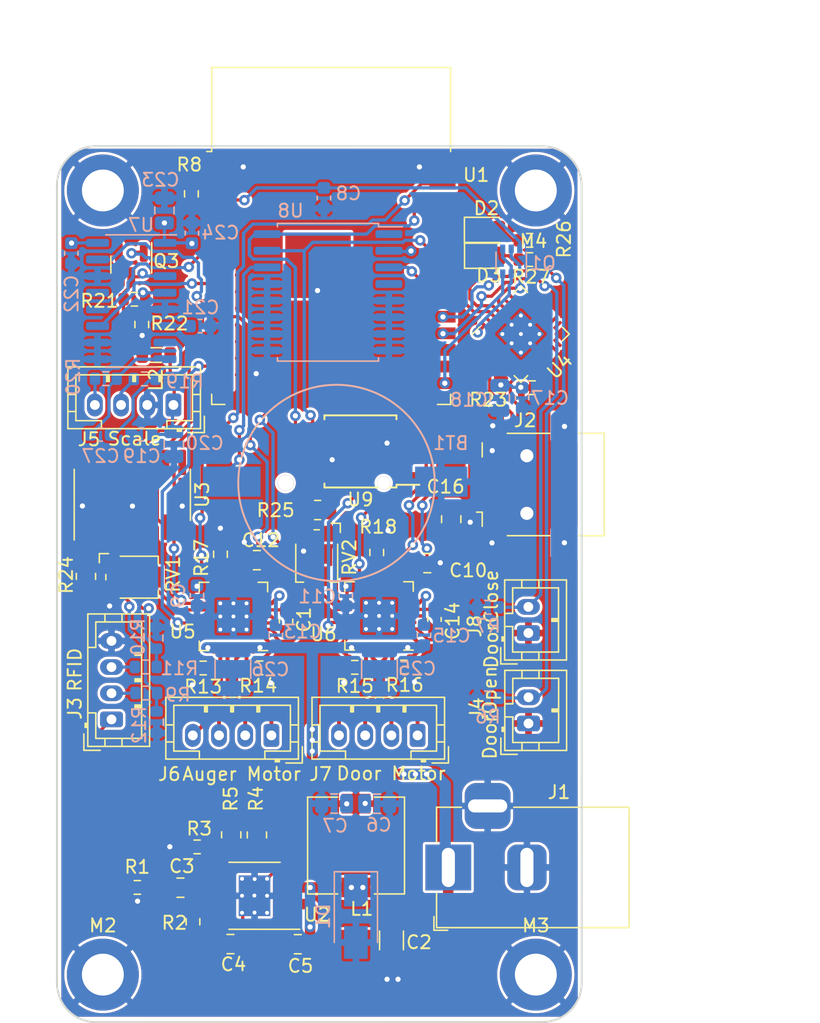
<source format=kicad_pcb>
(kicad_pcb (version 20230620) (generator pcbnew)
  (title_block (title "RFID Pet Feeder") (date "2023-07-14") (rev "1.1") (company "Ian Freislich"))
  (layers (0 "F.Cu" jumper) (31 "B.Cu" jumper) (34 "B.Paste" user) (35 "F.Paste" user) (36 "B.SilkS" user "B.Silkscreen") (37 "F.SilkS" user "F.Silkscreen") (38 "B.Mask" user) (39 "F.Mask" user) (44 "Edge.Cuts" user))
  (net 0 "")
  (net 1 "GND")
  (net 2 "/M1_MICROSTEP")
  (net 3 "/DATA_1")
  (net 4 "/DATA_0")
  (net 5 "Net-(R24-Pad2)")
  (net 6 "Net-(U8-VBAT)")
  (net 7 "Net-(U5-CP1)")
  (net 8 "Net-(U5-CP2)")
  (net 9 "Net-(U2-COMP)")
  (net 10 "Net-(U2-SS)")
  (net 11 "Net-(U2-BS)")
  (net 12 "Net-(D1-K)")
  (net 13 "Net-(R12-Pad1)")
  (net 14 "Net-(R10-Pad1)")
  (net 15 "Net-(U6-VREG)")
  (net 16 "Net-(U5-VREG)")
  (net 17 "+3V3")
  (net 18 "Net-(C3-Pad2)")
  (net 19 "Net-(U5-VCP)")
  (net 20 "Net-(U6-CP1)")
  (net 21 "Net-(U6-CP2)")
  (net 22 "Net-(U6-VCP)")
  (net 23 "Net-(J2-VBUS)")
  (net 24 "/M2_MICROSTEP")
  (net 25 "Net-(J5-Pin_1)")
  (net 26 "Net-(U7-VBG)")
  (net 33 "Net-(D2-A)")
  (net 34 "Net-(D3-A)")
  (net 35 "Net-(J2-D-)")
  (net 36 "Net-(J2-D+)")
  (net 38 "Net-(J3-Pin_2)")
  (net 39 "Net-(J3-Pin_3)")
  (net 40 "Net-(R25-Pad2)")
  (net 41 "Net-(J5-Pin_3)")
  (net 42 "Net-(J5-Pin_4)")
  (net 43 "Net-(Q3-C)")
  (net 44 "Net-(Q3-B)")
  (net 45 "Net-(U2-EN)")
  (net 46 "Net-(U2-FB)")
  (net 47 "Net-(U5-SENSE1)")
  (net 48 "Net-(U5-SENSE2)")
  (net 49 "Net-(U6-SENSE1)")
  (net 50 "Net-(U6-SENSE2)")
  (net 51 "Net-(U5-ROSC)")
  (net 52 "Net-(U6-ROSC)")
  (net 53 "Net-(U7-INA-)")
  (net 54 "Net-(U7-INA+)")
  (net 55 "Net-(U7-VFB)")
  (net 56 "Net-(U4-~{RSTb})")
  (net 59 "/DTR")
  (net 60 "/U0TXD")
  (net 61 "/U0RXD")
  (net 62 "/RTS")
  (net 63 "/RST{slash}EN")
  (net 64 "/M2_EN")
  (net 65 "/IO0")
  (net 66 "+12V")
  (net 67 "/M1_SLEEP")
  (net 68 "/Scale_Rate")
  (net 69 "/M2_SLEEP")
  (net 74 "/M1_2B")
  (net 75 "/M1_2A")
  (net 76 "/M1_1A")
  (net 77 "/M1_1B")
  (net 78 "/M2_2B")
  (net 79 "/M2_2A")
  (net 80 "/M2_1A")
  (net 81 "/M2_1B")
  (net 91 "/M2_DIR")
  (net 92 "/M2_REF")
  (net 93 "/M2_STEP")
  (net 94 "/RTC_INTR")
  (net 96 "/SDA")
  (net 101 "/DoorOpen")
  (net 102 "/DoorClose")
  (net 107 "/M1_EN")
  (net 108 "/M1_STEP")
  (net 109 "/M1_REF")
  (net 110 "/M1_DIR")
  (net 113 "/Scale_SCK")
  (net 114 "/Scale_DAT")
  (net 116 "/SCL")
  (footprint "MountingHole:MountingHole_3.2mm_M3_ISO14580_Pad" (layer "F.Cu") (at 114.23 108.66)
    (property "Reference" "M4")
    (property "Value" "Mount" hide)
  )
  (footprint "Resistor_SMD:R_0603_1608Metric" (layer "F.Cu") (at 84.14 118.905 -90)
    (property "Reference" "R22")
    (property "Value" "10k")
  )
  (footprint "RF_Module:ESP32-WROOM-32" (layer "F.Cu") (at 98.6 115.13)
    (property "Reference" "U1")
    (property "Value" "ESP32-WROOM-32")
  )
  (footprint "MountingHole:MountingHole_3.2mm_M3_ISO14580_Pad" (layer "F.Cu") (at 81.17 168.58)
    (property "Reference" "M2")
    (property "Value" "Mount" hide)
  )
  (footprint "MountingHole:MountingHole_3.2mm_M3_ISO14580_Pad" (layer "F.Cu") (at 81.17 108.66)
    (property "Reference" "M1" hide)
    (property "Value" "Mount" hide)
  )
  (footprint "Package_SO:HSOP-8-1EP_3.9x4.9mm_P1.27mm_EP2.41x3.1mm_ThermalVias" (layer "F.Cu") (at 92.75255 162.5563 180)
    (property "Reference" "U2")
    (property "Value" "MP2363")
  )
  (footprint "Capacitor_SMD:C_0805_2012Metric" (layer "F.Cu") (at 92.93 136.91 180)
    (property "Reference" "C12")
    (property "Value" "0.22uF")
  )
  (footprint "Capacitor_SMD:C_0805_2012Metric" (layer "F.Cu") (at 105.9434 137.1346)
    (property "Reference" "C10")
    (property "Value" "0.22uF")
  )
  (footprint "Connector_JST:JST_PH_B4B-PH-K_1x04_P2.00mm_Vertical" (layer "F.Cu") (at 86.56 125.05 180)
    (property "Reference" "J5")
    (property "Value" "Scale")
  )
  (footprint "" (layer "F.Cu") (at 92.75 163.84)
    (property "Reference" "")
    (property "Value" "")
  )
  (footprint "Resistor_SMD:R_0805_2012Metric" (layer "F.Cu") (at 92.93255 157.9063 -90)
    (property "Reference" "R4")
    (property "Value" "30k1")
  )
  (footprint "Potentiometer_SMD:Potentiometer_Bourns_TC33X_Vertical" (layer "F.Cu") (at 97.5 136.69 -90)
    (property "Reference" "RV2")
    (property "Value" "10k")
  )
  (footprint "Connector_JST:JST_PH_B4B-PH-K_1x04_P2.00mm_Vertical" (layer "F.Cu") (at 105.2 150.3 180)
    (property "Reference" "J7")
    (property "Value" "Door Motor")
  )
  (footprint "Resistor_SMD:R_0603_1608Metric" (layer "F.Cu") (at 113.75 113.94)
    (property "Reference" "R27")
    (property "Value" "1k")
  )
  (footprint "Resistor_SMD:R_0603_1608Metric" (layer "F.Cu") (at 87.93 108.9175 90)
    (property "Reference" "R8")
    (property "Value" "10k")
  )
  (footprint "Inductor_SMD:L_7.3x7.3_H3.5" (layer "F.Cu") (at 100.50255 158.7163 90)
    (property "Reference" "L1")
    (property "Value" "10uH")
  )
  (footprint "LED_SMD:LED_0805_2012Metric" (layer "F.Cu") (at 110.47 113.65)
    (property "Reference" "D3")
    (property "Value" "LED")
  )
  (footprint "Resistor_SMD:R_0603_1608Metric" (layer "F.Cu") (at 88.37 158.82)
    (property "Reference" "R3")
    (property "Value" "10k")
  )
  (footprint "Capacitor_SMD:C_0805_2012Metric" (layer "F.Cu") (at 90.91505 166.2463)
    (property "Reference" "C4")
    (property "Value" "0.47uF")
  )
  (footprint "Resistor_SMD:R_0603_1608Metric" (layer "F.Cu") (at 113.755 112.47)
    (property "Reference" "R26")
    (property "Value" "1k")
  )
  (footprint "Capacitor_SMD:C_0603_1608Metric" (layer "F.Cu") (at 106.49 141.44 90)
    (property "Reference" "C14")
    (property "Value" "0.1uF")
  )
  (footprint "Resistor_SMD:R_0805_2012Metric" (layer "F.Cu") (at 79.88 138.15 90)
    (property "Reference" "R24")
    (property "Value" "22k")
  )
  (footprint "LED_SMD:LED_0805_2012Metric" (layer "F.Cu") (at 110.46 111.67)
    (property "Reference" "D2")
    (property "Value" "LED")
  )
  (footprint "Connector_BarrelJack:BarrelJack_Horizontal" (layer "F.Cu") (at 107.55 160.39 180)
    (property "Reference" "J1")
    (property "Value" "Barrel_Jack_Switch")
  )
  (footprint "Resistor_SMD:R_0603_1608Metric" (layer "F.Cu") (at 90.15 136.46 90)
    (property "Reference" "R17")
    (property "Value" "20k")
  )
  (footprint "Package_TO_SOT_SMD:SOT-23" (layer "F.Cu") (at 83.34 114.32 -90)
    (property "Reference" "Q3")
    (property "Value" "MMBT4403")
  )
  (footprint "Capacitor_SMD:C_0805_2012Metric" (layer "F.Cu") (at 96.05505 166.2563)
    (property "Reference" "C5")
    (property "Value" "10nf")
  )
  (footprint "Resistor_SMD:R_0805_2012Metric" (layer "F.Cu") (at 90.97255 157.8963 -90)
    (property "Reference" "R5")
    (property "Value" "180k")
  )
  (footprint "Connector_JST:JST_PH_B2B-PH-K_1x02_P2.00mm_Vertical" (layer "F.Cu") (at 113.66 142.48 90)
    (property "Reference" "J8")
    (property "Value" "DoorClose")
  )
  (footprint "Connector_JST:JST_PH_B4B-PH-K_1x04_P2.00mm_Vertical" (layer "F.Cu") (at 81.83 149.08 90)
    (property "Reference" "J3")
    (property "Value" "RFID")
  )
  (footprint "Connector_USB:USB_Mini-B_Lumberg_2486_01_Horizontal" (layer "F.Cu") (at 113.545 131.13 90)
    (property "Reference" "J2")
    (property "Value" "USB_B_Mini")
  )
  (footprint "Resistor_SMD:R_0603_1608Metric" (layer "F.Cu") (at 88.83 145.15 180)
    (property "Reference" "R13")
    (property "Value" "0R05")
  )
  (footprint "Inductor_SMD:L_0805_2012Metric" (layer "F.Cu") (at 85.2467 121.2342 180)
    (property "Reference" "L2")
    (property "Value" "3.3uH")
  )
  (footprint "Resistor_SMD:R_0603_1608Metric" (layer "F.Cu") (at 83.80255 161.9163 180)
    (property "Reference" "R1")
    (property "Value" "4k02")
  )
  (footprint "Resistor_SMD:R_0603_1608Metric" (layer "F.Cu") (at 93.145 145.14)
    (property "Reference" "R14")
    (property "Value" "0R05")
  )
  (footprint "Capacitor_SMD:C_0603_1608Metric" (layer "F.Cu") (at 95.16 141.56 90)
    (property "Reference" "C1")
    (property "Value" "0.1uF")
  )
  (footprint "Resistor_SMD:R_0603_1608Metric" (layer "F.Cu") (at 83.58 116.97)
    (property "Reference" "R21")
    (property "Value" "10k")
  )
  (footprint "" (layer "F.Cu") (at 92.74 162.54)
    (property "Reference" "")
    (property "Value" "")
  )
  (footprint "MountingHole:MountingHole_3.2mm_M3_ISO14580_Pad" (layer "F.Cu") (at 114.23 168.58)
    (property "Reference" "M3")
    (property "Value" "Mount" hide)
  )
  (footprint "Connector_JST:JST_PH_B4B-PH-K_1x04_P2.00mm_Vertical" (layer "F.Cu") (at 94.04 150.3 180)
    (property "Reference" "J6")
    (property "Value" "Auger Motor")
  )
  (footprint "Package_DFN_QFN:QFN-28-1EP_5x5mm_P0.5mm_EP3.35x3.35mm_ThermalVias" (layer "F.Cu") (at 91.14 141.21 180)
    (property "Reference" "U5")
    (property "Value" "A4988SETTR-T")
  )
  (footprint "Resistor_SMD:R_0603_1608Metric" (layer "F.Cu") (at 100.405 145.1 180)
    (property "Reference" "R15")
    (property "Value" "0R05")
  )
  (footprint "Capacitor_SMD:C_0805_2012Metric" (layer "F.Cu") (at 107.77 133.78 -90)
    (property "Reference" "C16")
    (property "Value" "1uF")
  )
  (footprint "Resistor_SMD:R_0603_1608Metric" (layer "F.Cu") (at 88.05255 164.5463 -90)
    (property "Reference" "R2")
    (property "Value" "100k")
  )
  (footprint "Capacitor_SMD:C_1206_3216Metric" (layer "F.Cu") (at 103.21 165.965 -90)
    (property "Reference" "C2")
    (property "Value" "47uF")
  )
  (footprint "Capacitor_SMD:C_0805_2012Metric" (layer "F.Cu") (at 87.09505 161.9363 180)
    (property "Reference" "C3")
    (property "Value" "8.2nF")
  )
  (footprint "Resistor_SMD:R_0603_1608Metric" (layer "F.Cu") (at 102.0826 136.3218 90)
    (property "Reference" "R18")
    (property "Value" "20k")
  )
  (footprint "Package_SO:SOIC-14_3.9x8.7mm_P1.27mm" (layer "F.Cu") (at 83.4171 131.915 90)
    (property "Reference" "U3")
    (property "Value" "74LS125")
  )
  (footprint "Package_DFN_QFN:QFN-28-1EP_5x5mm_P0.5mm_EP3.35x3.35mm_ThermalVias" (layer "F.Cu") (at 113.09 119.63 45)
    (property "Reference" "U4")
    (property "Value" "CP2102N-A01-GQFN28")
  )
  (footprint "Potentiometer_SMD:Potentiometer_Bourns_TC33X_Vertical" (layer "F.Cu") (at 83.5 138.21)
    (property "Reference" "RV1")
    (property "Value" "10k")
  )
  (footprint "Package_SO:SOIC-8W_5.3x5.3mm_P1.27mm" (layer "F.Cu") (at 100.838 128.6002 180)
    (property "Reference" "U9")
    (property "Value" "FM24C256-G")
  )
  (footprint "Package_DFN_QFN:QFN-28-1EP_5x5mm_P0.5mm_EP3.35x3.35mm_ThermalVias" (layer "F.Cu") (at 102.26 141.17 180)
    (property "Reference" "U6")
    (property "Value" "A4988SETTR-T")
  )
  (footprint "Resistor_SMD:R_0603_1608Metric" (layer "F.Cu") (at 104.145 145.08)
    (property "Reference" "R16")
    (property "Value" "0R05")
  )
  (footprint "Resistor_SMD:R_0603_1608Metric" (layer "F.Cu") (at 113.95 123.73 180)
    (property "Reference" "R23")
    (property "Value" "10k")
  )
  (footprint "Resistor_SMD:R_0805_2012Metric" (layer "F.Cu") (at 97.5675 133.08)
    (property "Reference" "R25")
    (property "Value" "22k")
  )
  (footprint "Connector_JST:JST_PH_B2B-PH-K_1x02_P2.00mm_Vertical" (layer "F.Cu") (at 113.67 149.39 90)
    (property "Reference" "J4")
    (property "Value" "DoorOpen")
  )
  (footprint "" (layer "F.Cu") (at 92.8 161.25)
    (property "Reference" "")
    (property "Value" "")
  )
  (footprint "Capacitor_SMD:C_0603_1608Metric" (layer "B.Cu") (at 105.69 142.63 -90)
    (property "Reference" "C15")
    (property "Value" "0.1uF")
  )
  (footprint "Resistor_SMD:R_0603_1608Metric" (layer "B.Cu") (at 85.23 142.8525 90)
    (property "Reference" "R10")
    (property "Value" "10k")
  )
  (footprint "Capacitor_SMD:C_0805_2012Metric" (layer "B.Cu") (at 85.87 110.19 90)
    (property "Reference" "C23")
    (property "Value" "10uF")
  )
  (footprint "Capacitor_SMD:C_0603_1608Metric" (layer "B.Cu") (at 88.5952 119.0244 180)
    (property "Reference" "C21")
    (property "Value" "0.1uF")
  )
  (footprint "Resistor_SMD:R_0603_1608Metric" (layer "B.Cu") (at 110.57 147.44)
    (property "Reference" "R6")
    (property "Value" "10k")
  )
  (footprint "Capacitor_SMD:C_1210_3225Metric" (layer "B.Cu") (at 91.100001 145.239999 -90)
    (property "Reference" "C26")
    (property "Value" "100uF 50V")
  )
  (footprint "Capacitor_SMD:C_0603_1608Metric" (layer "B.Cu") (at 99.72 139.635 -90)
    (property "Reference" "C11")
    (property "Value" "0.1uF")
  )
  (footprint "Package_TO_SOT_SMD:SOT-363_SC-70-6" (layer "B.Cu") (at 112.35 114.07 90)
    (property "Reference" "Q1")
    (property "Value" "UMH3N")
  )
  (footprint "Resistor_SMD:R_0603_1608Metric" (layer "B.Cu") (at 110.57 140.51)
    (property "Reference" "R7")
    (property "Value" "10k")
  )
  (footprint "Capacitor_SMD:C_0603_1608Metric" (layer "B.Cu") (at 80.9882 127.3048 180)
    (property "Reference" "C27")
    (property "Value" "0.1uF")
  )
  (footprint "Capacitor_SMD:C_0805_2012Metric" (layer "B.Cu") (at 111.478249 124.511751 -90)
    (property "Reference" "C18")
    (property "Value" "10uF")
  )
  (footprint "Ians:CR1220SMD" (layer "B.Cu") (at 99.01 131.01 180)
    (property "Reference" "BT1")
    (property "Value" "CR1220")
  )
  (footprint "Capacitor_SMD:C_0805_2012Metric" (layer "B.Cu") (at 102.1125 155.52)
    (property "Reference" "C6")
    (property "Value" "22uF")
  )
  (footprint "Capacitor_SMD:C_0603_1608Metric" (layer "B.Cu") (at 94.38 142.64 -90)
    (property "Reference" "C13")
    (property "Value" "0.1uF")
  )
  (footprint "Diode_SMD:D_SMA" (layer "B.Cu") (at 100.49 164.12 -90)
    (property "Reference" "D1")
    (property "Value" "D_Schottky")
  )
  (footprint "Package_SO:SO-16_3.9x9.9mm_P1.27mm" (layer "B.Cu") (at 83.34 117.11 180)
    (property "Reference" "U7")
    (property "Value" "HX711")
  )
  (footprint "Capacitor_SMD:C_0603_1608Metric" (layer "B.Cu") (at 88.36 139.61 -90)
    (property "Reference" "C9")
    (property "Value" "0.1uF")
  )
  (footprint "Capacitor_SMD:C_0603_1608Metric" (layer "B.Cu") (at 98.05 109.24 -90)
    (property "Reference" "C8")
    (property "Value" "1uF")
  )
  (footprint "Capacitor_SMD:C_0603_1608Metric" (layer "B.Cu") (at 87.97 111.92 90)
    (property "Reference" "C24")
    (property "Value" "0.1uF")
  )
  (footprint "Resistor_SMD:R_0603_1608Metric" (layer "B.Cu") (at 85.27 149.2925 -90)
    (property "Reference" "R12")
    (property "Value" "10k")
  )
  (footprint "Capacitor_SMD:C_1210_3225Metric" (layer "B.Cu") (at 102.29 145.245 -90)
    (property "Reference" "C25")
    (property "Value" "100uF 50V")
  )
  (footprint "Capacitor_SMD:C_0603_1608Metric" (layer "B.Cu") (at 84.11 127.3 180)
    (property "Reference" "C19")
    (property "Value" "0.1uF")
  )
  (footprint "Resistor_SMD:R_0603_1608Metric" (layer "B.Cu") (at 84.4875 147.06)
    (property "Reference" "R9")
    (property "Value" "1k")
  )
  (footprint "Resistor_SMD:R_0603_1608Metric" (layer "B.Cu") (at 81.395 123.04 180)
    (property "Reference" "R20")
    (property "Value" "100R")
  )
  (footprint "Capacitor_SMD:C_0805_2012Metric" (layer "B.Cu") (at 86.5886 128.0414 -90)
    (property "Reference" "C20")
    (property "Value" "10uF")
  )
  (footprint "Capacitor_SMD:C_0805_2012Metric" (layer "B.Cu") (at 98.8275 155.51 180)
    (property "Reference" "C7")
    (property "Value" "22uF")
  )
  (footprint "Capacitor_SMD:C_0603_1608Metric" (layer "B.Cu") (at 113.18 124.51 -90)
    (property "Reference" "C17")
    (property "Value" "0.1uF")
  )
  (footprint "Resistor_SMD:R_0603_1608Metric" (layer "B.Cu") (at 84.45 145.07)
    (property "Reference" "R11")
    (property "Value" "1k")
  )
  (footprint "Capacitor_SMD:C_0603_1608Metric" (layer "B.Cu") (at 78.76 113.46 -90)
    (property "Reference" "C22")
    (property "Value" "0.1uF")
  )
  (footprint "Package_SO:SOIC-16W_7.5x10.3mm_P1.27mm" (layer "B.Cu") (at 98.36 116.44 180)
    (property "Reference" "U8")
    (property "Value" "DS3231")
  )
  (footprint "Resistor_SMD:R_0603_1608Metric" (layer "B.Cu") (at 84.355 123.06 180)
    (property "Reference" "R19")
    (property "Value" "100R")
  )
  (gr_arc (start 80.66566 172.21566) (mid 78.54434 171.33698) (end 77.66566 169.21566) (stroke (width 0.15)) (layer "Edge.Cuts"))
  (gr_line (start 80.66566 105.27566) (end 114.72566 105.28566) (stroke (width 0.15)) (layer "Edge.Cuts"))
  (gr_arc (start 77.66566 108.27566) (mid 78.54434 106.15434) (end 80.66566 105.27566) (stroke (width 0.15)) (layer "Edge.Cuts"))
  (gr_arc (start 114.72566 105.28566) (mid 116.84698 106.16434) (end 117.72566 108.28566) (stroke (width 0.15)) (layer "Edge.Cuts"))
  (gr_line (start 114.73434 172.20434) (end 80.66566 172.21566) (stroke (width 0.15)) (layer "Edge.Cuts"))
  (gr_line (start 77.66566 169.21566) (end 77.66566 108.27566) (stroke (width 0.15)) (layer "Edge.Cuts"))
  (gr_line (start 117.72566 108.28566) (end 117.73434 169.20434) (stroke (width 0.15)) (layer "Edge.Cuts"))
  (gr_arc (start 117.73434 169.20434) (mid 116.85566 171.32566) (end 114.73434 172.20434) (stroke (width 0.15)) (layer "Edge.Cuts"))
  (segment (start 104.71 141.67) (end 102.76 141.67) (width 0.25) (layer "F.Cu") (net 1))
  (segment (start 90.1 106.845) (end 91.875 106.845) (width 0.25) (layer "F.Cu") (net 1))
  (segment (start 87.2271 134.39) (end 87.2271 132.7829) (width 0.25) (layer "F.Cu") (net 1))
  (segment (start 104.488 129.2352) (end 104.488 130.5052) (width 0.25) (layer "F.Cu") (net 1))
  (segment (start 99.81 141.17) (end 101.26 141.17) (width 0.25) (layer "F.Cu") (net 1))
  (segment (start 96.5 134.89) (end 96.5 136.2148) (width 0.25) (layer "F.Cu") (net 1))
  (segment (start 111.004035 121.008858) (end 112.382893 119.63) (width 0.25) (layer "F.Cu") (net 1))
  (segment (start 104.488 126.6952) (end 104.488 127.9652) (width 0.25) (layer "F.Cu") (net 1))
  (segment (start 104.97 145.08) (end 104.97 146.21) (width 0.3) (layer "F.Cu") (net 1))
  (segment (start 108.4896 134.0104) (end 107.77 134.73) (width 0.25) (layer "F.Cu") (net 1))
  (segment (start 93.70755 161.2563) (end 94.31255 160.6513) (width 0.25) (layer "F.Cu") (net 1))
  (segment (start 103.21 168.4372) (end 103.7082 168.9354) (width 0.85) (layer "F.Cu") (net 1))
  (segment (start 88.005 145.15) (end 88.005 146.435) (width 0.25) (layer "F.Cu") (net 1))
  (segment (start 83.4171 134.39) (end 83.4171 132.7929) (width 0.25) (layer "F.Cu") (net 1))
  (segment (start 102.934 134.6454) (end 102.0826 135.4968) (width 0.25) (layer "F.Cu") (net 1))
  (segment (start 92.885 122.6616) (end 92.88 122.6566) (width 0.25) (layer "F.Cu") (net 1))
  (segment (start 102.9462 134.6454) (end 102.934 134.6454) (width 0.25) (layer "F.Cu") (net 1))
  (segment (start 109.22 134.0104) (end 108.4896 134.0104) (width 0.25) (layer "F.Cu") (net 1))
  (segment (start 103.21 167.44) (end 103.21 168.4372) (width 0.85) (layer "F.Cu") (net 1))
  (segment (start 104.488 127.9652) (end 104.488 129.2352) (width 0.25) (layer "F.Cu") (net 1))
  (segment (start 87.545 158.82) (end 86.2938 158.82) (width 0.25) (layer "F.Cu") (net 1))
  (segment (start 98.679 129.2352) (end 97.188 129.2352) (width 0.25) (layer "F.Cu") (net 1))
  (segment (start 103.21 168.5954) (end 102.87 168.9354) (width 0.85) (layer "F.Cu") (net 1))
  (segment (start 92.885 124.355) (end 92.885 122.6616) (width 0.25) (layer "F.Cu") (net 1))
  (segment (start 96.5 136.2148) (end 96.4946 136.2202) (width 0.25) (layer "F.Cu") (net 1))
  (segment (start 87.2271 132.7829) (end 87.23 132.78) (width 0.25) (layer "F.Cu") (net 1))
  (segment (start 93.97 145.14) (end 93.97 146.26) (width 0.25) (layer "F.Cu") (net 1))
  (segment (start 103.21 167.44) (end 103.21 168.5954) (width 0.85) (layer "F.Cu") (net 1))
  (segment (start 110.9 128.58) (end 110.9 126.75) (width 0.85) (layer "F.Cu") (net 1))
  (segment (start 99.58 146.23) (end 99.56 146.25) (width 0.3) (layer "F.Cu") (net 1))
  (segment (start 83.4171 132.7929) (end 83.43 132.78) (width 0.25) (layer "F.Cu") (net 1))
  (segment (start 86.2938 158.82) (end 86.2838 158.81) (width 0.25) (layer "F.Cu") (net 1))
  (segment (start 91.97 135.5344) (end 91.97 136.9) (width 0.25) (layer "F.Cu") (net 1))
  (segment (start 90.1446 134.4676) (end 90.1446 135.6296) (width 0.25) (layer "F.Cu") (net 1))
  (segment (start 110.845 128.595) (end 110.9 128.54) (width 0.3) (layer "F.Cu") (net 1))
  (segment (start 79.6071 132.7729) (end 79.61 132.77) (width 0.25) (layer "F.Cu") (net 1))
  (segment (start 88.005 146.435) (end 88 146.44) (width 0.25) (layer "F.Cu") (net 1))
  (segment (start 110.845 129.53) (end 110.845 128.595) (width 0.3) (layer "F.Cu") (net 1))
  (segment (start 88.69 141.21) (end 91.14 141.21) (width 0.25) (layer "F.Cu") (net 1))
  (segment (start 105.355 106.845) (end 105.34 106.86) (width 0.25) (layer "F.Cu") (net 1))
  (segment (start 107.1 106.845) (end 105.355 106.845) (width 0.25) (layer "F.Cu") (net 1))
  (segment (start 99.58 145.1) (end 99.58 146.23) (width 0.3) (layer "F.Cu") (net 1))
  (segment (start 79.6071 134.39) (end 79.6071 132.7729) (width 0.25) (layer "F.Cu") (net 1))
  (segment (start 102.9716 127.9652) (end 104.488 127.9652) (width 0.25) (layer "F.Cu") (net 1))
  (segment (start 93.59 141.71) (end 91.64 141.71) (width 0.25) (layer "F.Cu") (net 1))
  (segment (start 93.97 146.26) (end 94 146.29) (width 0.25) (layer "F.Cu") (net 1))
  (segment (start 91.875 106.845) (end 91.89 106.86) (width 0.25) (layer "F.Cu") (net 1))
  (segment (start 94.31255 160.6513) (end 95.40255 160.6513) (width 0.25) (layer "F.Cu") (net 1))
  (segment (start 81.6864 140.4112) (end 81.6864 139.2236) (width 0.25) (layer "F.Cu") (net 1))
  (segment (start 83.82 162.9664) (end 82.97755 162.12395) (width 0.25) (layer "F.Cu") (net 1))
  (segment (start 91.85255 163.9113) (end 91.85255 166.2463) (width 0.25) (layer "F.Cu") (net 1))
  (via (at 88 146.44) (size 0.8) (drill 0.4) (layers "F.Cu" "B.Cu") (net 1))
  (via (at 91.89 106.86) (size 0.8) (drill 0.4) (layers "F.Cu" "B.Cu") (net 1))
  (via (at 87.23 132.78) (size 0.8) (drill 0.4) (layers "F.Cu" "B.Cu") (net 1))
  (via (at 110.9 128.54) (size 0.8) (drill 0.4) (layers "F.Cu" "B.Cu") (net 1))
  (via (at 99.56 146.25) (size 0.8) (drill 0.4) (layers "F.Cu" "B.Cu") (net 1))
  (via (at 105.34 106.86) (size 0.8) (drill 0.4) (layers "F.Cu" "B.Cu") (net 1))
  (via (at 83.43 132.78) (size 0.8) (drill 0.4) (layers "F.Cu" "B.Cu") (net 1))
  (via (at 116.42 126.69) (size 0.8) (drill 0.4) (layers "F.Cu" "B.Cu") (net 1))
  (via (at 109.22 134.0104) (size 0.8) (drill 0.4) (layers "F.Cu" "B.Cu") (net 1))
  (via (at 102.9462 134.6454) (size 0.8) (drill 0.4) (layers "F.Cu" "B.Cu") (net 1))
  (via (at 86.2838 158.81) (size 0.8) (drill 0.4) (layers "F.Cu" "B.Cu") (net 1))
  (via (at 102.87 168.9354) (size 0.8) (drill 0.4) (layers "F.Cu" "B.Cu") (net 1))
  (via (at 106.934 137.1092) (size 0.8) (drill 0.4) (layers "F.Cu" "B.Cu") (net 1))
  (via (at 94 146.29) (size 0.8) (drill 0.4) (layers "F.Cu" "B.Cu") (net 1))
  (via (at 110.88 135.59) (size 0.8) (drill 0.4) (layers "F.Cu" "B.Cu") (net 1))
  (via (at 84.17 119.74) (size 0.8) (drill 0.4) (layers "F.Cu" "B.Cu") (net 1))
  (via (at 91.97 135.5344) (size 0.8) (drill 0.4) (layers "F.Cu" "B.Cu") (net 1))
  (via (at 92.88 122.6566) (size 0.8) (drill 0.4) (layers "F.Cu" "B.Cu") (net 1))
  (via (at 83.82 162.9664) (size 0.8) (drill 0.4) (layers "F.Cu" "B.Cu") (net 1))
  (via (at 110.94 126.64) (size 0.8) (drill 0.4) (layers "F.Cu" "B.Cu") (net 1))
  (via (at 81.6864 140.4112) (size 0.8) (drill 0.4) (layers "F.Cu" "B.Cu") (net 1))
  (via (at 96.4946 136.2202) (size 0.8) (drill 0.4) (layers "F.Cu" "B.Cu") (net 1))
  (via (at 90.1446 134.4676) (size 0.8) (drill 0.4) (layers "F.Cu" "B.Cu") (net 1))
  (via (at 97.5614 116.3066) (size 0.8) (drill 0.4) (layers "F.Cu" "B.Cu") (net 1))
  (via (at 98.679 129.2352) (size 0.8) (drill 0.4) (layers "F.Cu" "B.Cu") (net 1))
  (via (at 102.87 127.9652) (size 0.8) (drill 0.4) (layers "F.Cu" "B.Cu") (net 1))
  (via (at 104.97 146.21) (size 0.8) (drill 0.4) (layers "F.Cu" "B.Cu") (net 1))
  (via (at 79.61 132.77) (size 0.8) (drill 0.4) (layers "F.Cu" "B.Cu") (net 1))
  (via (at 116.41 135.58) (size 0.8) (drill 0.4) (layers "F.Cu" "B.Cu") (net 1))
  (via (at 103.7082 168.9354) (size 0.8) (drill 0.4) (layers "F.Cu" "B.Cu") (net 1))
  (segment (start 92.4306 128.1176) (end 92.4306 125.96562) (width 0.25) (layer "F.Cu") (net 2))
  (segment (start 92.14 138.311962) (end 92.14 138.76) (width 0.25) (layer "F.Cu") (net 2))
  (segment (start 91.535 118.305) (end 90.1 118.305) (width 0.25) (layer "F.Cu") (net 2))
  (segment (start 92.109989 125.645009) (end 92.109989 118.879989) (width 0.25) (layer "F.Cu") (net 2))
  (segment (start 92.109989 118.879989) (end 91.535 118.305) (width 0.25) (layer "F.Cu") (net 2))
  (segment (start 93.01 137.441962) (end 92.14 138.311962) (width 0.25) (layer "F.Cu") (net 2))
  (segment (start 93.01 135.12) (end 93.01 137.441962) (width 0.25) (layer "F.Cu") (net 2))
  (segment (start 92.4306 125.96562) (end 92.109989 125.645009) (width 0.25) (layer "F.Cu") (net 2))
  (segment (start 91.14 138.76) (end 92.14 138.76) (width 0.25) (layer "F.Cu") (net 2))
  (via (at 92.4306 128.1176) (size 0.8) (drill 0.4) (layers "F.Cu" "B.Cu") (net 2))
  (via (at 93.01 135.12) (size 0.8) (drill 0.4) (layers "F.Cu" "B.Cu") (net 2))
  (segment (start 93.714989 129.401989) (end 93.714989 134.415011) (width 0.25) (layer "B.Cu") (net 2))
  (segment (start 92.4306 128.1176) (end 93.714989 129.401989) (width 0.25) (layer "B.Cu") (net 2))
  (segment (start 93.714989 134.415011) (end 93.01 135.12) (width 0.25) (layer "B.Cu") (net 2))
  (segment (start 86.615859 126.995349) (end 85.485 126.995349) (width 0.25) (layer "F.Cu") (net 3))
  (segment (start 87.485 126.126208) (end 86.615859 126.995349) (width 0.25) (layer "F.Cu") (net 3))
  (segment (start 87.485 123.1466) (end 87.485 126.126208) (width 0.25) (layer "F.Cu") (net 3))
  (segment (start 88.85 119.575) (end 87.304989 121.120011) (width 0.25) (layer "F.Cu") (net 3))
  (segment (start 85.485 126.995349) (end 84.0421 128.438249) (width 0.25) (layer "F.Cu") (net 3))
  (segment (start 82.1471 133.037595) (end 82.1471 134.39) (width 0.25) (layer "F.Cu") (net 3))
  (segment (start 87.304989 122.966589) (end 87.485 123.1466) (width 0.25) (layer "F.Cu") (net 3))
  (segment (start 87.304989 121.120011) (end 87.304989 122.966589) (width 0.25) (layer "F.Cu") (net 3))
  (segment (start 84.0421 131.142595) (end 82.1471 133.037595) (width 0.25) (layer "F.Cu") (net 3))
  (segment (start 84.0421 128.438249) (end 84.0421 131.142595) (width 0.25) (layer "F.Cu") (net 3))
  (segment (start 90.1 119.575) (end 88.85 119.575) (width 0.25) (layer "F.Cu") (net 3))
  (segment (start 87.766038 121.550945) (end 87.754989 121.561994) (width 0.25) (layer "F.Cu") (net 4))
  (segment (start 87.754989 122.654589) (end 88.011 122.9106) (width 0.25) (layer "F.Cu") (net 4))
  (segment (start 87.754989 121.561994) (end 87.754989 122.654589) (width 0.25) (layer "F.Cu") (net 4))
  (segment (start 86.15209 128.095514) (end 86.15209 128.14) (width 0.25) (layer "F.Cu") (net 4))
  (segment (start 88.011 126.236604) (end 86.15209 128.095514) (width 0.25) (layer "F.Cu") (net 4))
  (segment (start 87.766038 121.432812) (end 87.766038 121.550945) (width 0.25) (layer "F.Cu") (net 4))
  (segment (start 90.1 120.815) (end 88.38385 120.815) (width 0.25) (layer "F.Cu") (net 4))
  (segment (start 88.38385 120.815) (end 87.766038 121.432812) (width 0.25) (layer "F.Cu") (net 4))
  (segment (start 85.33209 128.418259) (end 85.33209 133.76499) (width 0.25) (layer "F.Cu") (net 4))
  (segment (start 85.33209 133.76499) (end 85.92805 134.36095) (width 0.25) (layer "F.Cu") (net 4))
  (segment (start 85.610349 128.14) (end 85.33209 128.418259) (width 0.25) (layer "F.Cu") (net 4))
  (segment (start 88.011 122.9106) (end 88.011 126.236604) (width 0.25) (layer "F.Cu") (net 4))
  (segment (start 86.15209 128.14) (end 85.610349 128.14) (width 0.25) (layer "F.Cu") (net 4))
  (segment (start 79.72 137.2275) (end 81.6825 137.2275) (width 0.25) (layer "F.Cu") (net 5))
  (segment (start 91.5924 129.2352) (end 91.5924 126.9746) (width 0.25) (layer "F.Cu") (net 6))
  (via (at 91.5924 126.9746) (size 0.8) (drill 0.4) (layers "F.Cu" "B.Cu") (net 6))
  (via (at 91.5924 129.2352) (size 0.8) (drill 0.4) (layers "F.Cu" "B.Cu") (net 6))
  (segment (start 91.9154 115.0946) (end 92.475 114.535) (width 0.25) (layer "B.Cu") (net 6))
  (segment (start 91.01 129.8176) (end 91.01 130.91) (width 0.25) (layer "B.Cu") (net 6))
  (segment (start 92.475 114.535) (end 93.71 114.535) (width 0.25) (layer "B.Cu") (net 6))
  (segment (start 91.9154 126.6516) (end 91.9154 115.0946) (width 0.25) (layer "B.Cu") (net 6))
  (segment (start 91.5924 129.2352) (end 91.01 129.8176) (width 0.25) (layer "B.Cu") (net 6))
  (segment (start 91.5924 126.9746) (end 91.9154 126.6516) (width 0.25) (layer "B.Cu") (net 6))
  (segment (start 94.08498 141.25998) (end 94.088016 141.25998) (width 0.25) (layer "F.Cu") (net 7))
  (segment (start 94.31502 141.49002) (end 95.16 142.335) (width 0.25) (layer "F.Cu") (net 7))
  (segment (start 94.035 141.21) (end 94.08498 141.25998) (width 0.25) (layer "F.Cu") (net 7))
  (segment (start 94.088016 141.25998) (end 94.31502 141.486984) (width 0.25) (layer "F.Cu") (net 7))
  (segment (start 94.31502 141.486984) (end 94.31502 141.49002) (width 0.25) (layer "F.Cu") (net 7))
  (segment (start 93.59 141.21) (end 94.035 141.21) (width 0.25) (layer "F.Cu") (net 7))
  (segment (start 93.59 140.71) (end 94.7325 140.71) (width 0.25) (layer "F.Cu") (net 8))
  (segment (start 88.03255 161.9363) (end 90.08755 161.9363) (width 0.25) (layer "F.Cu") (net 9))
  (segment (start 89.97755 166.2463) (end 89.97755 164.5863) (width 0.25) (layer "F.Cu") (net 10))
  (segment (start 95.40255 165.9713) (end 95.40255 164.4613) (width 0.25) (layer "F.Cu") (net 11))
  (segment (start 96.99755 161.9213) (end 100.1487 161.9213) (width 0.8) (layer "F.Cu") (net 12))
  (segment (start 96.99255 166.2563) (end 96.99255 164.9363) (width 0.8) (layer "F.Cu") (net 12))
  (segment (start 95.40255 161.9213) (end 96.99755 161.9213) (width 0.8) (layer "F.Cu") (net 12))
  (via (at 100.1487 161.9213) (size 0.8) (drill 0.4) (layers "F.Cu" "B.Cu") (net 12))
  (via (at 101.02 161.92) (size 0.8) (drill 0.4) (layers "F.Cu" "B.Cu") (net 12))
  (via (at 96.99255 164.9363) (size 0.8) (drill 0.4) (layers "F.Cu" "B.Cu") (net 12))
  (via (at 96.99755 161.9213) (size 0.8) (drill 0.4) (layers "F.Cu" "B.Cu") (net 12))
  (segment (start 96.99255 164.9363) (end 96.99255 161.9263) (width 0.8) (layer "B.Cu") (net 12))
  (segment (start 96.99255 161.9263) (end 96.99755 161.9213) (width 0.8) (layer "B.Cu") (net 12))
  (segment (start 81.3 135.93) (end 82.20502 135.93) (width 0.25) (layer "F.Cu") (net 13))
  (segment (start 82.677 139.5984) (end 83.19 140.1114) (width 0.25) (layer "F.Cu") (net 13))
  (segment (start 83.19 140.1114) (end 83.19 140.46) (width 0.25) (layer "F.Cu") (net 13))
  (segment (start 82.20502 135.93) (end 82.677 136.40198) (width 0.25) (layer "F.Cu") (net 13))
  (segment (start 80.8771 134.39) (end 80.8771 135.5071) (width 0.25) (layer "F.Cu") (net 13))
  (segment (start 82.677 136.40198) (end 82.677 139.5984) (width 0.25) (layer "F.Cu") (net 13))
  (segment (start 80.8771 135.5071) (end 81.3 135.93) (width 0.25) (layer "F.Cu") (net 13))
  (via (at 83.19 140.46) (size 0.8) (drill 0.4) (layers "F.Cu" "B.Cu") (net 13))
  (segment (start 83.19 142.23641) (end 83.19 140.46) (width 0.25) (layer "B.Cu") (net 13))
  (segment (start 85.275 147.06) (end 84.42998 146.21498) (width 0.25) (layer "B.Cu") (net 13))
  (segment (start 84.42998 146.21498) (end 84.42998 143.47639) (width 0.25) (layer "B.Cu") (net 13))
  (segment (start 85.27 148.505) (end 85.27 147.065) (width 0.25) (layer "B.Cu") (net 13))
  (segment (start 84.42998 143.47639) (end 83.19 142.23641) (width 0.25) (layer "B.Cu") (net 13))
  (segment (start 84.6871 135.7429) (end 83.1265 137.3035) (width 0.25) (layer "F.Cu") (net 14))
  (segment (start 84.6871 134.39) (end 84.6871 135.7429) (width 0.25) (layer "F.Cu") (net 14))
  (segment (start 83.9145 140.3025) (end 84.202 140.59) (width 0.25) (layer "F.Cu") (net 14))
  (segment (start 83.1265 137.3035) (end 83.1265 139.2859) (width 0.25) (layer "F.Cu") (net 14))
  (segment (start 83.9145 140.0739) (end 83.9145 140.3025) (width 0.25) (layer "F.Cu") (net 14))
  (segment (start 84.202 140.59) (end 84.67 140.59) (width 0.25) (layer "F.Cu") (net 14))
  (segment (start 83.1265 139.2859) (end 83.9145 140.0739) (width 0.25) (layer "F.Cu") (net 14))
  (via (at 84.67 140.59) (size 0.8) (drill 0.4) (layers "F.Cu" "B.Cu") (net 14))
  (segment (start 85.23 143.64) (end 84.42999 142.83999) (width 0.25) (layer "B.Cu") (net 14))
  (segment (start 84.67 140.59) (end 84.42999 140.83001) (width 0.25) (layer "B.Cu") (net 14))
  (segment (start 84.42999 142.83999) (end 84.42999 140.83001) (width 0.25) (layer "B.Cu") (net 14))
  (segment (start 85.2675 145.08) (end 85.2675 143.6775) (width 0.25) (layer "B.Cu") (net 14))
  (segment (start 104.07 138.72) (end 104.87 137.92) (width 0.25) (layer "F.Cu") (net 15))
  (segment (start 103.76 138.72) (end 104.07 138.72) (width 0.25) (layer "F.Cu") (net 15))
  (segment (start 104.87 137.92) (end 104.87 136.57) (width 0.25) (layer "F.Cu") (net 15))
  (segment (start 92.64 138.76) (end 93.14 138.76) (width 0.25) (layer "F.Cu") (net 16))
  (segment (start 93.14 138.76) (end 93.88 138.02) (width 0.25) (layer "F.Cu") (net 16))
  (segment (start 93.88 138.02) (end 93.88 136.91) (width 0.25) (layer "F.Cu") (net 16))
  (segment (start 112.064695 122.069518) (end 111.56 122.574213) (width 0.25) (layer "F.Cu") (net 17))
  (segment (start 111.56 122.574213) (end 111.56 123.52) (width 0.25) (layer "F.Cu") (net 17))
  (via (at 99.79 155.53) (size 0.8) (drill 0.4) (layers "F.Cu" "B.Cu") (net 17))
  (via (at 113.08 123.7) (size 0.8) (drill 0.4) (layers "F.Cu" "B.Cu") (net 17))
  (via (at 104.7 113.28) (size 0.8) (drill 0.4) (layers "F.Cu" "B.Cu") (net 17))
  (via (at 88.36 138.9) (size 0.8) (drill 0.4) (layers "F.Cu" "B.Cu") (net 17))
  (via (at 85.87 111.14) (size 0.8) (drill 0.4) (layers "F.Cu" "B.Cu") (net 17))
  (via (at 87.97 112.71) (size 0.8) (drill 0.4) (layers "F.Cu" "B.Cu") (net 17))
  (via (at 78.78 112.68) (size 0.8) (drill 0.4) (layers "F.Cu" "B.Cu") (net 17))
  (via (at 111.56 123.52) (size 0.8) (drill 0.4) (layers "F.Cu" "B.Cu") (net 17))
  (via (at 99.73 138.9) (size 0.8) (drill 0.4) (layers "F.Cu" "B.Cu") (net 17))
  (via (at 101.2 155.5) (size 0.8) (drill 0.4) (layers "F.Cu" "B.Cu") (net 17))
  (segment (start 85.915 112.665) (end 87.925 112.665) (width 0.25) (layer "B.Cu") (net 17))
  (segment (start 112.341751 123.561751) (end 112.48 123.7) (width 0.25) (layer "B.Cu") (net 17))
  (segment (start 85.87 111.14) (end 85.87 112.62) (width 0.25) (layer "B.Cu") (net 17))
  (segment (start 112.48 123.7) (end 113.08 123.7) (width 0.25) (layer "B.Cu") (net 17))
  (segment (start 111.478249 123.561751) (end 112.341751 123.561751) (width 0.25) (layer "B.Cu") (net 17))
  (segment (start 104.6 113.325) (end 102.97999 113.325) (width 0.25) (layer "B.Cu") (net 17))
  (segment (start 80.765 112.665) (end 78.995 112.665) (width 0.25) (layer "B.Cu") (net 17))
  (segment (start 84.59005 161.9163) (end 86.13755 161.9163) (width 0.25) (layer "F.Cu") (net 18))
  (segment (start 93.59 140.21) (end 94.038022 140.21) (width 0.25) (layer "F.Cu") (net 19))
  (segment (start 94.06 140.21) (end 94.65 139.62) (width 0.3) (layer "F.Cu") (net 19))
  (segment (start 93.59 140.21) (end 94.06 140.21) (width 0.3) (layer "F.Cu") (net 19))
  (via (at 94.65 139.62) (size 0.8) (drill 0.4) (layers "F.Cu" "B.Cu") (net 19))
  (segment (start 94.38 141.69) (end 94.38 139.89) (width 0.3) (layer "B.Cu") (net 19))
  (segment (start 94.38 139.89) (end 94.65 139.62) (width 0.3) (layer "B.Cu") (net 19))
  (segment (start 104.71 141.17) (end 105.541812 141.17) (width 0.25) (layer "F.Cu") (net 20))
  (segment (start 105.541812 141.17) (end 106.616812 142.245) (width 0.25) (layer "F.Cu") (net 20))
  (segment (start 104.71 140.67) (end 106.56 140.67) (width 0.25) (layer "F.Cu") (net 21))
  (segment (start 105.32 140.17) (end 104.71 140.17) (width 0.3) (layer "F.Cu") (net 22))
  (segment (start 105.84 139.65) (end 105.32 140.17) (width 0.3) (layer "F.Cu") (net 22))
  (via (at 105.84 139.65) (size 0.8) (drill 0.4) (layers "F.Cu" "B.Cu") (net 22))
  (segment (start 105.69 139.8) (end 105.84 139.65) (width 0.3) (layer "B.Cu") (net 22))
  (segment (start 105.69 141.68) (end 105.69 139.8) (width 0.3) (layer "B.Cu") (net 22))
  (segment (start 112.285011 124.475011) (end 112.86 125.05) (width 0.25) (layer "F.Cu") (net 23))
  (segment (start 109 132.73) (end 108.9 132.83) (width 0.25) (layer "F.Cu") (net 23))
  (segment (start 112.72998 122.92998) (end 113.254843 122.92998) (width 0.25) (layer "F.Cu") (net 23))
  (segment (start 112.418249 122.423072) (end 112.418249 122.618249) (width 0.25) (layer "F.Cu") (net 23))
  (segment (start 112.86 132.19) (end 112.32 132.73) (width 0.25) (layer "F.Cu") (net 23))
  (segment (start 112.32 132.73) (end 109 132.73) (width 0.25) (layer "F.Cu") (net 23))
  (segment (start 108.9 132.83) (end 107.77 132.83) (width 0.25) (layer "F.Cu") (net 23))
  (segment (start 112.70753 122.92998) (end 112.285011 123.352499) (width 0.25) (layer "F.Cu") (net 23))
  (segment (start 112.418249 122.618249) (end 112.72998 122.92998) (width 0.25) (layer "F.Cu") (net 23))
  (segment (start 112.72998 122.92998) (end 112.70753 122.92998) (width 0.25) (layer "F.Cu") (net 23))
  (segment (start 112.86 125.05) (end 112.86 132.19) (width 0.25) (layer "F.Cu") (net 23))
  (segment (start 112.285011 123.352499) (end 112.285011 124.475011) (width 0.25) (layer "F.Cu") (net 23))
  (segment (start 113.254843 122.92998) (end 113.761751 122.423072) (width 0.25) (layer "F.Cu") (net 23))
  (segment (start 103.26 138.2178) (end 103.26 138.72) (width 0.25) (layer "F.Cu") (net 24))
  (segment (start 106.3062 131.004604) (end 106.3062 124.893) (width 0.25) (layer "F.Cu") (net 24))
  (segment (start 104.5464 132.715) (end 105.258852 132.002548) (width 0.25) (layer "F.Cu") (net 24))
  (segment (start 106.3062 124.893) (end 105.67 124.2568) (width 0.25) (layer "F.Cu") (net 24))
  (segment (start 104.839531 135.751003) (end 104.1689 136.421634) (width 0.25) (layer "F.Cu") (net 24))
  (segment (start 105.67 124.2568) (end 105.67 122.77998) (width 0.25) (layer "F.Cu") (net 24))
  (segment (start 104.1689 136.421634) (end 104.1689 137.3089) (width 0.25) (layer "F.Cu") (net 24))
  (segment (start 104.839531 135.747205) (end 104.839531 135.751003) (width 0.25) (layer "F.Cu") (net 24))
  (segment (start 104.1689 137.3089) (end 103.26 138.2178) (width 0.25) (layer "F.Cu") (net 24))
  (segment (start 102.26 138.72) (end 103.26 138.72) (width 0.25) (layer "F.Cu") (net 24))
  (segment (start 105.308256 132.002548) (end 106.3062 131.004604) (width 0.25) (layer "F.Cu") (net 24))
  (segment (start 105.67 122.77998) (end 106.33498 122.115) (width 0.25) (layer "F.Cu") (net 24))
  (segment (start 105.258852 132.002548) (end 105.308256 132.002548) (width 0.25) (layer "F.Cu") (net 24))
  (via (at 104.5464 132.715) (size 0.8) (drill 0.4) (layers "F.Cu" "B.Cu") (net 24))
  (via (at 104.839531 135.747205) (size 0.8) (drill 0.4) (layers "F.Cu" "B.Cu") (net 24))
  (segment (start 104.5464 133.1976) (end 104.5464 132.715) (width 0.25) (layer "B.Cu") (net 24))
  (segment (start 104.839531 135.747205) (end 104.839531 133.490731) (width 0.25) (layer "B.Cu") (net 24))
  (segment (start 104.839531 133.490731) (end 104.5464 133.1976) (width 0.25) (layer "B.Cu") (net 24))
  (segment (start 86.614 123.0884) (end 86.614 124.996) (width 0.25) (layer "F.Cu") (net 25))
  (segment (start 86.614 124.996) (end 86.56 125.05) (width 0.25) (layer "F.Cu") (net 25))
  (segment (start 86.3092 121.2342) (end 86.3092 122.7836) (width 0.25) (layer "F.Cu") (net 25))
  (segment (start 86.487 124.977) (end 86.56 125.05) (width 0.25) (layer "F.Cu") (net 25))
  (segment (start 86.3092 122.7836) (end 86.614 123.0884) (width 0.25) (layer "F.Cu") (net 25))
  (segment (start 85.06 127.3) (end 86.565 127.3) (width 0.25) (layer "B.Cu") (net 25))
  (segment (start 86.49 124.47) (end 86.49 126.59) (width 0.25) (layer "B.Cu") (net 25))
  (segment (start 85.915 119.015) (end 87.8108 119.015) (width 0.25) (layer "B.Cu") (net 26))
  (segment (start 87.8108 119.015) (end 87.8202 119.0244) (width 0.25) (layer "B.Cu") (net 26))
  (segment (start 112.49 112.47) (end 112.93 112.47) (width 0.25) (layer "F.Cu") (net 33))
  (segment (start 111.69 111.67) (end 112.49 112.47) (width 0.25) (layer "F.Cu") (net 33))
  (segment (start 111.4075 113.65) (end 112.17 113.65) (width 0.25) (layer "F.Cu") (net 34))
  (segment (start 112.17 113.65) (end 112.46 113.94) (width 0.25) (layer "F.Cu") (net 34))
  (segment (start 112.46 113.94) (end 112.925 113.94) (width 0.25) (layer "F.Cu") (net 34))
  (segment (start 112.41 125.70998) (end 112.41 131.68) (width 0.25) (layer "F.Cu") (net 35))
  (segment (start 112.16 131.93) (end 110.28 131.93) (width 0.25) (layer "F.Cu") (net 35))
  (segment (start 110.71 122.717107) (end 110.71 124.00998) (width 0.25) (layer "F.Cu") (net 35))
  (segment (start 111.711142 121.715965) (end 110.71 122.717107) (width 0.25) (layer "F.Cu") (net 35))
  (segment (start 110.71 124.00998) (end 112.41 125.70998) (width 0.25) (layer "F.Cu") (net 35))
  (segment (start 112.41 131.68) (end 112.16 131.93) (width 0.25) (layer "F.Cu") (net 35))
  (segment (start 109.67 131.13) (end 110.28 131.13) (width 0.25) (layer "F.Cu") (net 36))
  (segment (start 109.19 130.65) (end 109.67 131.13) (width 0.25) (layer "F.Cu") (net 36))
  (segment (start 111.357588 121.362412) (end 110.27 122.45) (width 0.25) (layer "F.Cu") (net 36))
  (segment (start 110.27 122.45) (end 110.27 122.520683) (width 0.25) (layer "F.Cu") (net 36))
  (segment (start 109.19 125.48) (end 109.19 130.65) (width 0.25) (layer "F.Cu") (net 36))
  (segment (start 110.25998 124.41002) (end 109.19 125.48) (width 0.25) (layer "F.Cu") (net 36))
  (segment (start 110.27 122.520683) (end 110.25998 122.530703) (width 0.25) (layer "F.Cu") (net 36))
  (segment (start 110.25998 122.530703) (end 110.25998 124.41002) (width 0.25) (layer "F.Cu") (net 36))
  (segment (start 81.83 147.08) (end 83.68 147.08) (width 0.25) (layer "B.Cu") (net 38))
  (segment (start 81.83 145.08) (end 83.615 145.08) (width 0.25) (layer "B.Cu") (net 39))
  (segment (start 98.53 133.11) (end 98.53 134.89) (width 0.25) (layer "F.Cu") (net 40))
  (segment (start 82.56 125.05) (end 82.56 124.1198) (width 0.25) (layer "B.Cu") (net 41))
  (segment (start 82.56 124.1198) (end 83.53 123.1498) (width 0.25) (layer "B.Cu") (net 41))
  (segment (start 80.57 123.04) (end 80.57 125.04) (width 0.25) (layer "B.Cu") (net 42))
  (segment (start 82.755 116.495) (end 82.755 116.97) (width 0.25) (layer "F.Cu") (net 43))
  (segment (start 83.34 115.91) (end 82.755 116.495) (width 0.25) (layer "F.Cu") (net 43))
  (segment (start 82.755 120.1166) (end 82.755 116.97) (width 0.25) (layer "F.Cu") (net 43))
  (segment (start 84.1842 121.2342) (end 83.8726 121.2342) (width 0.25) (layer "F.Cu") (net 43))
  (segment (start 83.9414 115.2575) (end 83.34 115.2575) (width 0.25) (layer "F.Cu") (net 43))
  (segment (start 84.201 114.9979) (end 83.9414 115.2575) (width 0.25) (layer "F.Cu") (net 43))
  (segment (start 83.8726 121.2342) (end 82.755 120.1166) (width 0.25) (layer "F.Cu") (net 43))
  (segment (start 83.34 115.32) (end 83.34 115.91) (width 0.25) (layer "F.Cu") (net 43))
  (via (at 84.201 114.9979) (size 0.8) (drill 0.4) (layers "F.Cu" "B.Cu") (net 43))
  (segment (start 84.201 114.9979) (end 84.4081 115.205) (width 0.25) (layer "B.Cu") (net 43))
  (segment (start 84.4081 115.205) (end 85.915 115.205) (width 0.25) (layer "B.Cu") (net 43))
  (segment (start 83.358501 113.457501) (end 83.433502 113.3825) (width 0.25) (layer "F.Cu") (net 44))
  (segment (start 83.433502 113.3825) (end 84.29 113.3825) (width 0.25) (layer "F.Cu") (net 44))
  (via (at 83.358501 113.457501) (size 0.8) (drill 0.4) (layers "F.Cu" "B.Cu") (net 44))
  (segment (start 84.4368 113.7992) (end 84.7162 113.7992) (width 0.25) (layer "B.Cu") (net 44))
  (segment (start 84.7162 113.7992) (end 84.852 113.935) (width 0.25) (layer "B.Cu") (net 44))
  (segment (start 83.4208 113.5198) (end 84.1574 113.5198) (width 0.25) (layer "B.Cu") (net 44))
  (segment (start 83.358501 113.457501) (end 83.4208 113.5198) (width 0.25) (layer "B.Cu") (net 44))
  (segment (start 84.1574 113.5198) (end 84.4368 113.7992) (width 0.25) (layer "B.Cu") (net 44))
  (segment (start 84.852 113.935) (end 85.2076 113.935) (width 0.25) (layer "B.Cu") (net 44))
  (segment (start 88.6212 163.7588) (end 89.1887 163.1913) (width 0.25) (layer "F.Cu") (net 45))
  (segment (start 88.05255 163.7588) (end 88.6212 163.7588) (width 0.25) (layer "F.Cu") (net 45))
  (segment (start 89.1887 163.1913) (end 90.10255 163.1913) (width 0.25) (layer "F.Cu") (net 45))
  (segment (start 89.28255 158.8838) (end 90.10255 159.7038) (width 0.25) (layer "F.Cu") (net 46))
  (segment (start 92.93255 158.8438) (end 90.98255 158.8438) (width 0.25) (layer "F.Cu") (net 46))
  (segment (start 90.10255 159.7038) (end 90.10255 160.6513) (width 0.25) (layer "F.Cu") (net 46))
  (segment (start 90.97255 158.8338) (end 90.10255 159.7038) (width 0.25) (layer "F.Cu") (net 46))
  (segment (start 90.14 144.665) (end 89.655 145.15) (width 0.3) (layer "F.Cu") (net 47))
  (segment (start 90.14 143.66) (end 90.14 144.665) (width 0.3) (layer "F.Cu") (net 47))
  (segment (start 92.14 143.66) (end 92.14 144.96) (width 0.3) (layer "F.Cu") (net 48))
  (segment (start 101.26 143.62) (end 101.26 145.07) (width 0.3) (layer "F.Cu") (net 49))
  (segment (start 103.26 143.62) (end 103.26 145.02) (width 0.3) (layer "F.Cu") (net 50))
  (segment (start 90.14 138.76) (end 90.14 137.655) (width 0.25) (layer "F.Cu") (net 51))
  (segment (start 101.26 137.95) (end 101.26 138.72) (width 0.25) (layer "F.Cu") (net 52))
  (segment (start 102.0632 137.1468) (end 101.26 137.95) (width 0.25) (layer "F.Cu") (net 52))
  (segment (start 87.11501 120.61001) (end 87.11501 121.20823) (width 0.25) (layer "B.Cu") (net 53))
  (segment (start 86.79 120.285) (end 87.11501 120.61001) (width 0.25) (layer "B.Cu") (net 53))
  (segment (start 83.4845 125.89839) (end 82.07809 127.3048) (width 0.25) (layer "B.Cu") (net 53))
  (segment (start 87.11502 121.20824) (end 87.11502 121.901762) (width 0.25) (layer "B.Cu") (net 53))
  (segment (start 85.85998 122.18002) (end 85.18 122.86) (width 0.25) (layer "B.Cu") (net 53))
  (segment (start 84.839 123.06) (end 83.4845 124.4145) (width 0.25) (layer "B.Cu") (net 53))
  (segment (start 87.11501 121.20823) (end 87.11502 121.20824) (width 0.25) (layer "B.Cu") (net 53))
  (segment (start 85.18 123.06) (end 84.839 123.06) (width 0.25) (layer "B.Cu") (net 53))
  (segment (start 83.4845 124.4145) (end 83.4845 125.89839) (width 0.25) (layer "B.Cu") (net 53))
  (segment (start 85.915 120.285) (end 86.79 120.285) (width 0.25) (layer "B.Cu") (net 53))
  (segment (start 87.11502 121.901762) (end 86.836762 122.18002) (width 0.25) (layer "B.Cu") (net 53))
  (segment (start 86.836762 122.18002) (end 85.85998 122.18002) (width 0.25) (layer "B.Cu") (net 53))
  (segment (start 82.22 123.04) (end 83.705 121.555) (width 0.25) (layer "B.Cu") (net 54))
  (segment (start 82.22 123.04) (end 81.6355 123.6245) (width 0.25) (layer "B.Cu") (net 54))
  (segment (start 81.6355 123.6245) (end 81.6355 125.8825) (width 0.25) (layer "B.Cu") (net 54))
  (segment (start 83.705 121.555) (end 85.915 121.555) (width 0.25) (layer "B.Cu") (net 54))
  (segment (start 81.6355 125.8825) (end 80.2132 127.3048) (width 0.25) (layer "B.Cu") (net 54))
  (segment (start 84.2264 116.459) (end 84.2264 116.7914) (width 0.25) (layer "F.Cu") (net 55))
  (segment (start 84.405 116.97) (end 84.405 117.815) (width 0.25) (layer "F.Cu") (net 55))
  (via (at 84.2264 116.459) (size 0.8) (drill 0.4) (layers "F.Cu" "B.Cu") (net 55))
  (segment (start 84.2424 116.475) (end 84.2264 116.459) (width 0.25) (layer "B.Cu") (net 55))
  (segment (start 85.915 116.475) (end 84.2424 116.475) (width 0.25) (layer "B.Cu") (net 55))
  (segment (start 114.775 122.729213) (end 114.775 123.73) (width 0.25) (layer "F.Cu") (net 56))
  (segment (start 114.115305 122.069518) (end 114.775 122.729213) (width 0.25) (layer "F.Cu") (net 56))
  (segment (start 109.79 119.5) (end 110.296928 118.993072) (width 0.25) (layer "F.Cu") (net 59))
  (segment (start 110.296928 118.993072) (end 110.296928 118.958249) (width 0.25) (layer "F.Cu") (net 59))
  (via (at 109.79 119.5) (size 0.8) (drill 0.4) (layers "F.Cu" "B.Cu") (net 59))
  (segment (start 112.35 114.43) (end 112.35 115.02) (width 0.25) (layer "B.Cu") (net 59))
  (segment (start 109.79 119.046424) (end 112.20002 116.636404) (width 0.25) (layer "B.Cu") (net 59))
  (segment (start 112.20002 115.886963) (end 112.35 115.736983) (width 0.25) (layer "B.Cu") (net 59))
  (segment (start 112.20002 116.636404) (end 112.20002 115.886963) (width 0.25) (layer "B.Cu") (net 59))
  (segment (start 109.79 119.5) (end 109.79 119.046424) (width 0.25) (layer "B.Cu") (net 59))
  (segment (start 112.35 115.736983) (end 112.35 115.02) (width 0.25) (layer "B.Cu") (net 59))
  (segment (start 111.7 113.78) (end 112.35 114.43) (width 0.25) (layer "B.Cu") (net 59))
  (segment (start 111.7 113.12) (end 111.7 113.78) (width 0.25) (layer "B.Cu") (net 59))
  (segment (start 108.744938 115.855559) (end 109.55 115.050496) (width 0.25) (layer "F.Cu") (net 60))
  (segment (start 109.48 117.92) (end 108.744938 117.184938) (width 0.25) (layer "F.Cu") (net 60))
  (segment (start 110.672893 117.92) (end 109.48 117.92) (width 0.25) (layer "F.Cu") (net 60))
  (segment (start 107.1 111.955) (end 108.205 111.955) (width 0.25) (layer "F.Cu") (net 60))
  (segment (start 108.744938 117.184938) (end 108.744938 115.855559) (width 0.25) (layer "F.Cu") (net 60))
  (segment (start 108.65 113.35) (end 108.95 113.65) (width 0.25) (layer "F.Cu") (net 60))
  (segment (start 111.004035 118.251142) (end 110.672893 117.92) (width 0.25) (layer "F.Cu") (net 60))
  (segment (start 108.95 113.65) (end 109.5325 113.65) (width 0.25) (layer "F.Cu") (net 60))
  (segment (start 109.55 115.050496) (end 109.55 113.6675) (width 0.25) (layer "F.Cu") (net 60))
  (segment (start 108.205 111.955) (end 108.65 112.4) (width 0.25) (layer "F.Cu") (net 60))
  (segment (start 108.65 112.4) (end 108.65 113.35) (width 0.25) (layer "F.Cu") (net 60))
  (segment (start 107.1 110.685) (end 108.285 110.685) (width 0.25) (layer "F.Cu") (net 61))
  (segment (start 109.194958 116.944958) (end 109.194958 116.041963) (width 0.25) (layer "F.Cu") (net 61))
  (segment (start 110.92998 117.46998) (end 109.71998 117.46998) (width 0.25) (layer "F.Cu") (net 61))
  (segment (start 108.285 110.685) (end 109.27 111.67) (width 0.25) (layer "F.Cu") (net 61))
  (segment (start 109.71998 117.46998) (end 109.194958 116.944958) (width 0.25) (layer "F.Cu") (net 61))
  (segment (start 110.34502 111.92502) (end 110.09 111.67) (width 0.25) (layer "F.Cu") (net 61))
  (segment (start 109.194958 116.041963) (end 110.34502 114.891902) (width 0.25) (layer "F.Cu") (net 61))
  (segment (start 110.34502 114.891902) (end 110.34502 111.92502) (width 0.25) (layer "F.Cu") (net 61))
  (segment (start 110.09 111.67) (end 109.5225 111.67) (width 0.25) (layer "F.Cu") (net 61))
  (segment (start 111.32466 117.86466) (end 110.92998 117.46998) (width 0.25) (layer "F.Cu") (net 61))
  (segment (start 111.711142 117.544035) (end 111.394333 117.227226) (width 0.25) (layer "F.Cu") (net 62))
  (segment (start 111.394333 116.83551) (end 112.099843 116.13) (width 0.25) (layer "F.Cu") (net 62))
  (segment (start 112.099843 116.13) (end 113.03 116.13) (width 0.25) (layer "F.Cu") (net 62))
  (segment (start 111.394333 117.227226) (end 111.394333 116.83551) (width 0.25) (layer "F.Cu") (net 62))
  (via (at 113.03 116.13) (size 0.8) (drill 0.4) (layers "F.Cu" "B.Cu") (net 62))
  (segment (start 113.03 116.13) (end 113.03 115.05) (width 0.25) (layer "B.Cu") (net 62))
  (segment (start 112.35 113.74) (end 112.35 113.12) (width 0.25) (layer "B.Cu") (net 62))
  (segment (start 113 114.39) (end 112.35 113.74) (width 0.25) (layer "B.Cu") (net 62))
  (segment (start 113 115.02) (end 113 114.39) (width 0.25) (layer "B.Cu") (net 62))
  (segment (start 91.965 109.385) (end 91.98 109.4) (width 0.25) (layer "F.Cu") (net 63))
  (segment (start 90.1 109.385) (end 91.965 109.385) (width 0.25) (layer "F.Cu") (net 63))
  (segment (start 87.93 109.705) (end 88.365 109.705) (width 0.25) (layer "F.Cu") (net 63))
  (segment (start 88.685 109.385) (end 90.1 109.385) (width 0.25) (layer "F.Cu") (net 63))
  (segment (start 88.365 109.705) (end 88.685 109.385) (width 0.25) (layer "F.Cu") (net 63))
  (via (at 91.98 109.4) (size 0.8) (drill 0.4) (layers "F.Cu" "B.Cu") (net 63))
  (segment (start 108.870019 108.46) (end 113 112.589982) (width 0.25) (layer "B.Cu") (net 63))
  (segment (start 92.92 108.46) (end 108.870019 108.46) (width 0.25) (layer "B.Cu") (net 63))
  (segment (start 113 112.589982) (end 113 113.12) (width 0.25) (layer "B.Cu") (net 63))
  (segment (start 91.98 109.4) (end 92.92 108.46) (width 0.25) (layer "B.Cu") (net 63))
  (segment (start 106.7562 124.8156) (end 107.1372 124.4346) (width 0.25) (layer "F.Cu") (net 64))
  (segment (start 106.967826 142.99002) (end 106.012174 142.99002) (width 0.25) (layer "F.Cu") (net 64))
  (segment (start 108.6612 121.1562) (end 108.35 120.845) (width 0.25) (layer "F.Cu") (net 64))
  (segment (start 107.3 140.04) (end 107.3 142.657846) (width 0.25) (layer "F.Cu") (net 64))
  (segment (start 106.7562 131.191) (end 106.7562 124.8156) (width 0.25) (layer "F.Cu") (net 64))
  (segment (start 108.35 120.845) (end 107.1 120.845) (width 0.25) (layer "F.Cu") (net 64))
  (segment (start 106.012174 142.99002) (end 105.192154 142.17) (width 0.25) (layer "F.Cu") (net 64))
  (segment (start 107.1372 124.4346) (end 108.1024 124.4346) (width 0.25) (layer "F.Cu") (net 64))
  (segment (start 105.192154 142.17) (end 104.71 142.17) (width 0.25) (layer "F.Cu") (net 64))
  (segment (start 107.3 142.657846) (end 106.967826 142.99002) (width 0.25) (layer "F.Cu") (net 64))
  (segment (start 108.6612 123.8758) (end 108.6612 121.1562) (width 0.25) (layer "F.Cu") (net 64))
  (segment (start 105.918 136.017) (end 105.918 138.658) (width 0.25) (layer "F.Cu") (net 64))
  (segment (start 105.558451 132.388749) (end 106.7562 131.191) (width 0.25) (layer "F.Cu") (net 64))
  (segment (start 105.918 138.658) (end 107.3 140.04) (width 0.25) (layer "F.Cu") (net 64))
  (segment (start 108.1024 124.4346) (end 108.6612 123.8758) (width 0.25) (layer "F.Cu") (net 64))
  (segment (start 105.558451 132.727548) (end 105.558451 132.388749) (width 0.25) (layer "F.Cu") (net 64))
  (via (at 105.918 136.017) (size 0.8) (drill 0.4) (layers "F.Cu" "B.Cu") (net 64))
  (via (at 105.558451 132.727548) (size 0.8) (drill 0.4) (layers "F.Cu" "B.Cu") (net 64))
  (segment (start 105.558451 135.657451) (end 105.918 136.017) (width 0.25) (layer "B.Cu") (net 64))
  (segment (start 105.558451 132.727548) (end 105.558451 135.657451) (width 0.25) (layer "B.Cu") (net 64))
  (via (at 107.28 123.39) (size 0.8) (drill 0.4) (layers "F.Cu" "B.Cu") (net 65))
  (segment (start 107.28 123.39) (end 107.28 120.92) (width 0.25) (layer "B.Cu") (net 65))
  (segment (start 107.28 120.92) (end 111.7 116.5) (width 0.25) (layer "B.Cu") (net 65))
  (segment (start 111.7 116.5) (end 111.7 115.02) (width 0.25) (layer "B.Cu") (net 65))
  (segment (start 98.72955 164.5513) (end 105.7287 164.5513) (width 0.8) (layer "F.Cu") (net 66))
  (segment (start 98.17755 164.5513) (end 98.72955 164.5513) (width 0.8) (layer "F.Cu") (net 66))
  (segment (start 89.25 143.66) (end 89.19 143.6) (width 0.3) (layer "F.Cu") (net 66))
  (segment (start 104.16 153.26) (end 105.04 153.26) (width 0.85) (layer "F.Cu") (net 66))
  (segment (start 98.03255 168.1863) (end 88.35255 168.1863) (width 0.8) (layer "F.Cu") (net 66))
  (segment (start 97.16 149.84) (end 97.16 152.32) (width 0.85) (layer "F.Cu") (net 66))
  (segment (start 79.84 151.07) (end 79.84 160.8914) (width 0.25) (layer "F.Cu") (net 66))
  (segment (start 84.2824 165.3338) (end 88.05255 165.3338) (width 0.25) (layer "F.Cu") (net 66))
  (segment (start 98.1 153.26) (end 104.16 153.26) (width 0.85) (layer "F.Cu") (net 66))
  (segment (start 95.40255 163.1913) (end 96.81755 163.1913) (width 0.8) (layer "F.Cu") (net 66))
  (segment (start 105.7287 164.5513) (end 107.54 162.74) (width 0.8) (layer "F.Cu") (net 66))
  (segment (start 88.35255 168.1863) (end 88.05255 167.8863) (width 0.8) (layer "F.Cu") (net 66))
  (segment (start 89.64 143.66) (end 89.25 143.66) (width 0.3) (layer "F.Cu") (net 66))
  (segment (start 100.42 143.62) (end 100.41 143.63) (width 0.3) (layer "F.Cu") (net 66))
  (segment (start 105.04 153.26) (end 105.88 153.26) (width 0.85) (layer "F.Cu") (net 66))
  (segment (start 104.339636 143.62) (end 104.448812 143.510824) (width 0.3) (layer "F.Cu") (net 66))
  (segment (start 92.64 143.66) (end 93.103253 143.66) (width 0.3) (layer "F.Cu") (net 66))
  (segment (start 107.54 162.74) (end 107.54 160.39) (width 0.8) (layer "F.Cu") (net 66))
  (segment (start 79.84 160.8914) (end 84.2824 165.3338) (width 0.25) (layer "F.Cu") (net 66))
  (segment (start 100.76 143.62) (end 100.42 143.62) (width 0.3) (layer "F.Cu") (net 66))
  (segment (start 98.72955 167.4893) (end 98.03255 168.1863) (width 0.8) (layer "F.Cu") (net 66))
  (segment (start 98.72955 164.5513) (end 98.72955 167.4893) (width 0.8) (layer "F.Cu") (net 66))
  (segment (start 81.83 149.08) (end 79.84 151.07) (width 0.25) (layer "F.Cu") (net 66))
  (segment (start 97.16 152.32) (end 98.1 153.26) (width 0.85) (layer "F.Cu") (net 66))
  (segment (start 88.05255 165.3338) (end 88.05255 167.8863) (width 0.8) (layer "F.Cu") (net 66))
  (segment (start 93.103253 143.66) (end 93.17 143.593253) (width 0.3) (layer "F.Cu") (net 66))
  (segment (start 103.76 143.62) (end 104.339636 143.62) (width 0.3) (layer "F.Cu") (net 66))
  (segment (start 96.81755 163.1913) (end 98.17755 164.5513) (width 0.8) (layer "F.Cu") (net 66))
  (via (at 105.88 153.26) (size 0.8) (drill 0.4) (layers "F.Cu" "B.Cu") (net 66))
  (via (at 104.448812 143.59) (size 0.8) (drill 0.4) (layers "F.Cu" "B.Cu") (net 66))
  (via (at 93.17 143.593253) (size 0.8) (drill 0.4) (layers "F.Cu" "B.Cu") (net 66))
  (via (at 97.16 149.84) (size 0.8) (drill 0.4) (layers "F.Cu" "B.Cu") (net 66))
  (via (at 89.19 143.6) (size 0.8) (drill 0.4) (layers "F.Cu" "B.Cu") (net 66))
  (via (at 104.16 153.26) (size 0.8) (drill 0.4) (layers "F.Cu" "B.Cu") (net 66))
  (via (at 97.16 150.67) (size 0.8) (drill 0.4) (layers "F.Cu" "B.Cu") (net 66))
  (via (at 100.16 143.6) (size 0.8) (drill 0.4) (layers "F.Cu" "B.Cu") (net 66))
  (via (at 97.16 151.51) (size 0.8) (drill 0.4) (layers "F.Cu" "B.Cu") (net 66))
  (via (at 105.04 153.26) (size 0.8) (drill 0.4) (layers "F.Cu" "B.Cu") (net 66))
  (segment (start 97.16 151.51) (end 97.16 150.67) (width 0.85) (layer "B.Cu") (net 66))
  (segment (start 97.16 143.6) (end 89.09 143.6) (width 0.85) (layer "B.Cu") (net 66))
  (segment (start 97.16 149.84) (end 97.16 143.6) (width 0.85) (layer "B.Cu") (net 66))
  (segment (start 107.31 154.05) (end 106.52 153.26) (width 0.85) (layer "B.Cu") (net 66))
  (segment (start 107.31 160.16) (end 107.31 154.05) (width 0.85) (layer "B.Cu") (net 66))
  (segment (start 97.16 150.67) (end 97.16 149.84) (width 0.85) (layer "B.Cu") (net 66))
  (segment (start 106.52 153.26) (end 104.16 153.26) (width 0.85) (layer "B.Cu") (net 66))
  (segment (start 105.49 143.6) (end 97.16 143.6) (width 0.85) (layer "B.Cu") (net 66))
  (segment (start 88.6968 137.1092) (end 89.64 138.0524) (width 0.25) (layer "F.Cu") (net 67))
  (segment (start 88.7476 133.5278) (end 88.5952 133.6802) (width 0.25) (layer "F.Cu") (net 67))
  (segment (start 91.1352 126.0348) (end 89.9922 127.1778) (width 0.25) (layer "F.Cu") (net 67))
  (segment (start 107.1 108.145) (end 105.4944 108.145) (width 0.25) (layer "F.Cu") (net 67))
  (segment (start 89.64 138.0524) (end 89.64 138.76) (width 0.25) (layer "F.Cu") (net 67))
  (segment (start 88.7476 128.9558) (end 88.7476 133.5278) (width 0.25) (layer "F.Cu") (net 67))
  (segment (start 89.9922 127.1778) (end 89.9922 127.7366) (width 0.25) (layer "F.Cu") (net 67))
  (segment (start 105.4944 108.145) (end 104.2162 109.4232) (width 0.25) (layer "F.Cu") (net 67))
  (segment (start 88.6968 136.5504) (end 88.6968 137.1092) (width 0.25) (layer "F.Cu") (net 67))
  (segment (start 89.9922 127.7366) (end 88.773 128.9558) (width 0.25) (layer "F.Cu") (net 67))
  (segment (start 88.773 128.9558) (end 88.7476 128.9558) (width 0.25) (layer "F.Cu") (net 67))
  (via (at 104.2162 109.4232) (size 0.8) (drill 0.4) (layers "F.Cu" "B.Cu") (net 67))
  (via (at 91.1352 126.0348) (size 0.8) (drill 0.4) (layers "F.Cu" "B.Cu") (net 67))
  (via (at 88.6968 136.5504) (size 0.8) (drill 0.4) (layers "F.Cu" "B.Cu") (net 67))
  (via (at 88.5952 133.6802) (size 0.8) (drill 0.4) (layers "F.Cu" "B.Cu") (net 67))
  (segment (start 92.6084 111.2266) (end 101.445224 111.2266) (width 0.25) (layer "B.Cu") (net 67))
  (segment (start 101.445224 111.2266) (end 101.756824 110.915) (width 0.25) (layer "B.Cu") (net 67))
  (segment (start 102.7244 110.915) (end 104.2162 109.4232) (width 0.25) (layer "B.Cu") (net 67))
  (segment (start 91.91 111.925) (end 92.6084 111.2266) (width 0.25) (layer "B.Cu") (net 67))
  (segment (start 91.1352 126.0348) (end 91.4654 125.7046) (width 0.25) (layer "B.Cu") (net 67))
  (segment (start 88.5952 133.6802) (end 88.5952 136.4488) (width 0.25) (layer "B.Cu") (net 67))
  (segment (start 88.5952 136.4488) (end 88.6968 136.5504) (width 0.25) (layer "B.Cu") (net 67))
  (segment (start 101.756824 110.915) (end 102.7244 110.915) (width 0.25) (layer "B.Cu") (net 67))
  (segment (start 91.91 114.463604) (end 91.91 111.925) (width 0.25) (layer "B.Cu") (net 67))
  (segment (start 91.4654 125.7046) (end 91.4654 114.908204) (width 0.25) (layer "B.Cu") (net 67))
  (segment (start 91.4654 114.908204) (end 91.91 114.463604) (width 0.25) (layer "B.Cu") (net 67))
  (segment (start 88.6968 117.094) (end 90.041 117.094) (width 0.25) (layer "F.Cu") (net 68))
  (segment (start 88.3412 116.7384) (end 88.6968 117.094) (width 0.25) (layer "F.Cu") (net 68))
  (via (at 88.3412 116.7384) (size 0.8) (drill 0.4) (layers "F.Cu" "B.Cu") (net 68))
  (segment (start 88.020305 113.7666) (end 88.4682 114.214495) (width 0.25) (layer "B.Cu") (net 68))
  (segment (start 86.836751 113.31) (end 87.293351 113.7666) (width 0.25) (layer "B.Cu") (net 68))
  (segment (start 83.058196 112.732501) (end 84.43575 112.732501) (width 0.25) (layer "B.Cu") (net 68))
  (segment (start 84.43575 112.732501) (end 85.013249 113.31) (width 0.25) (layer "B.Cu") (net 68))
  (segment (start 88.695 116.3846) (end 88.3412 116.7384) (width 0.25) (layer "B.Cu") (net 68))
  (segment (start 88.4682 114.214495) (end 88.4682 115.242895) (width 0.25) (layer "B.Cu") (net 68))
  (segment (start 80.765 113.935) (end 81.855697 113.935) (width 0.25) (layer "B.Cu") (net 68))
  (segment (start 88.4682 115.242895) (end 88.695 115.469695) (width 0.25) (layer "B.Cu") (net 68))
  (segment (start 80.765 113.935) (end 81.55 113.935) (width 0.25) (layer "B.Cu") (net 68))
  (segment (start 87.293351 113.7666) (end 88.020305 113.7666) (width 0.25) (layer "B.Cu") (net 68))
  (segment (start 81.855697 113.935) (end 83.058196 112.732501) (width 0.25) (layer "B.Cu") (net 68))
  (segment (start 88.695 115.469695) (end 88.695 116.3846) (width 0.25) (layer "B.Cu") (net 68))
  (segment (start 85.013249 113.31) (end 86.836751 113.31) (width 0.25) (layer "B.Cu") (net 68))
  (segment (start 105.7148 117.5258) (end 106.2056 117.035) (width 0.25) (layer "F.Cu") (net 69))
  (segment (start 102.591598 131.953) (end 104.672004 131.953) (width 0.25) (layer "F.Cu") (net 69))
  (segment (start 105.8562 130.818208) (end 105.8562 125.079396) (width 0.25) (layer "F.Cu") (net 69))
  (segment (start 105.12186 131.552548) (end 105.8562 130.818208) (width 0.25) (layer "F.Cu") (net 69))
  (segment (start 105.7148 122.098784) (end 105.7148 117.5258) (width 0.25) (layer "F.Cu") (net 69))
  (segment (start 105.220001 124.443197) (end 105.220001 122.593583) (width 0.25) (layer "F.Cu") (net 69))
  (segment (start 105.8562 125.079396) (end 105.220001 124.443197) (width 0.25) (layer "F.Cu") (net 69))
  (segment (start 104.672004 131.953) (end 105.072456 131.552548) (width 0.25) (layer "F.Cu") (net 69))
  (segment (start 100.76 137.1872) (end 100.7618 137.1854) (width 0.25) (layer "F.Cu") (net 69))
  (segment (start 106.2056 117.035) (end 107.1 117.035) (width 0.25) (layer "F.Cu") (net 69))
  (segment (start 100.889299 133.655299) (end 102.591598 131.953) (width 0.25) (layer "F.Cu") (net 69))
  (segment (start 105.220001 122.593583) (end 105.7148 122.098784) (width 0.25) (layer "F.Cu") (net 69))
  (segment (start 105.072456 131.552548) (end 105.12186 131.552548) (width 0.25) (layer "F.Cu") (net 69))
  (segment (start 100.76 138.72) (end 100.76 137.1872) (width 0.25) (layer "F.Cu") (net 69))
  (via (at 100.7618 137.1854) (size 0.8) (drill 0.4) (layers "F.Cu" "B.Cu") (net 69))
  (via (at 100.889299 133.655299) (size 0.8) (drill 0.4) (layers "F.Cu" "B.Cu") (net 69))
  (segment (start 100.7618 133.782798) (end 100.889299 133.655299) (width 0.25) (layer "B.Cu") (net 69))
  (segment (start 100.7618 137.1854) (end 100.7618 133.782798) (width 0.25) (layer "B.Cu") (net 69))
  (segment (start 93.530001 144.343254) (end 93.920001 143.953254) (width 0.3) (layer "F.Cu") (net 74))
  (segment (start 94.04 148.71) (end 93.21 147.88) (width 0.3) (layer "F.Cu") (net 74))
  (segment (start 93.21999 144.637178) (end 93.513914 144.343254) (width 0.3) (layer "F.Cu") (net 74))
  (segment (start 93.21 147.88) (end 93.21 145.03) (width 0.3) (layer "F.Cu") (net 74))
  (segment (start 94.04 150.3) (end 94.04 148.71) (width 0.3) (layer "F.Cu") (net 74))
  (segment (start 93.59 142.903251) (end 93.59 142.71) (width 0.3) (layer "F.Cu") (net 74))
  (segment (start 93.920001 143.233252) (end 93.59 142.903251) (width 0.3) (layer "F.Cu") (net 74))
  (segment (start 93.21999 145.02001) (end 93.21999 144.637178) (width 0.3) (layer "F.Cu") (net 74))
  (segment (start 93.21 145.03) (end 93.21999 145.02001) (width 0.3) (layer "F.Cu") (net 74))
  (segment (start 93.513914 144.343254) (end 93.530001 144.343254) (width 0.3) (layer "F.Cu") (net 74))
  (segment (start 93.920001 143.953254) (end 93.920001 143.233252) (width 0.3) (layer "F.Cu") (net 74))
  (segment (start 91.64 143.66) (end 91.64 144.143378) (width 0.3) (layer "F.Cu") (net 75))
  (segment (start 92.04 148.34) (end 92.04 150.3) (width 0.3) (layer "F.Cu") (net 75))
  (segment (start 91.35001 144.433368) (end 91.35001 147.65001) (width 0.3) (layer "F.Cu") (net 75))
  (segment (start 91.64 144.143378) (end 91.35001 144.433368) (width 0.3) (layer "F.Cu") (net 75))
  (segment (start 91.35001 147.65001) (end 92.04 148.34) (width 0.3) (layer "F.Cu") (net 75))
  (segment (start 90.69 144.193378) (end 90.69 147.77) (width 0.3) (layer "F.Cu") (net 76))
  (segment (start 90.66499 144.168368) (end 90.69 144.193378) (width 0.3) (layer "F.Cu") (net 76))
  (segment (start 90.66499 143.68499) (end 90.66499 144.168368) (width 0.3) (layer "F.Cu") (net 76))
  (segment (start 90.04 148.42) (end 90.04 150.3) (width 0.3) (layer "F.Cu") (net 76))
  (segment (start 90.69 147.77) (end 90.04 148.42) (width 0.3) (layer "F.Cu") (net 76))
  (segment (start 88.04 150.3) (end 88.75501 149.58499) (width 0.3) (layer "F.Cu") (net 77))
  (segment (start 88.75501 149.58499) (end 88.75501 144.647178) (width 0.3) (layer "F.Cu") (net 77))
  (segment (start 88.44 143.09002) (end 88.75501 142.77501) (width 0.3) (layer "F.Cu") (net 77))
  (segment (start 88.44 144.332168) (end 88.44 143.09002) (width 0.3) (layer "F.Cu") (net 77))
  (segment (start 88.75501 144.647178) (end 88.44 144.332168) (width 0.3) (layer "F.Cu") (net 77))
  (segment (start 104.20999 146.59999) (end 105.2 147.59) (width 0.3) (layer "F.Cu") (net 78))
  (segment (start 104.71 142.67) (end 105.21 143.17) (width 0.3) (layer "F.Cu") (net 78))
  (segment (start 104.21999 146.58999) (end 104.20999 146.59999) (width 0.3) (layer "F.Cu") (net 78))
  (segment (start 105.21 143.17) (end 105.21 143.92) (width 0.3) (layer "F.Cu") (net 78))
  (segment (start 104.542178 144.25499) (end 104.21999 144.577178) (width 0.3) (layer "F.Cu") (net 78))
  (segment (start 104.21999 144.577178) (end 104.21999 146.58999) (width 0.3) (layer "F.Cu") (net 78))
  (segment (start 105.21 143.92) (end 104.87501 144.25499) (width 0.3) (layer "F.Cu") (net 78))
  (segment (start 104.87501 144.25499) (end 104.542178 144.25499) (width 0.3) (layer "F.Cu") (net 78))
  (segment (start 105.2 147.59) (end 105.2 150.3) (width 0.3) (layer "F.Cu") (net 78))
  (segment (start 102.55999 147.14999) (end 103.2 147.79) (width 0.3) (layer "F.Cu") (net 79))
  (segment (start 102.76 144.387168) (end 102.56999 144.577178) (width 0.3) (layer "F.Cu") (net 79))
  (segment (start 102.55999 144.587178) (end 102.55999 147.14999) (width 0.3) (layer "F.Cu") (net 79))
  (segment (start 102.56999 144.577178) (end 102.55999 144.587178) (width 0.3) (layer "F.Cu") (net 79))
  (segment (start 102.76 143.62) (end 102.76 144.387168) (width 0.3) (layer "F.Cu") (net 79))
  (segment (start 103.2 147.79) (end 103.2 150.3) (width 0.3) (layer "F.Cu") (net 79))
  (segment (start 101.76 143.62) (end 101.76 144.377168) (width 0.3) (layer "F.Cu") (net 80))
  (segment (start 101.76 144.377168) (end 101.98001 144.597178) (width 0.3) (layer "F.Cu") (net 80))
  (segment (start 101.97001 147.21999) (end 101.2 147.99) (width 0.3) (layer "F.Cu") (net 80))
  (segment (start 101.97001 144.857178) (end 101.97001 147.21999) (width 0.3) (layer "F.Cu") (net 80))
  (segment (start 101.2 147.99) (end 101.2 150.3) (width 0.3) (layer "F.Cu") (net 80))
  (segment (start 101.98001 144.597178) (end 101.98001 144.857178) (width 0.3) (layer "F.Cu") (net 80))
  (segment (start 99.81 142.67) (end 99.81 142.87) (width 0.3) (layer "F.Cu") (net 81))
  (segment (start 100.33001 144.597178) (end 100.33001 144.857178) (width 0.3) (layer "F.Cu") (net 81))
  (segment (start 100.32001 144.857178) (end 100.32001 146.82999) (width 0.3) (layer "F.Cu") (net 81))
  (segment (start 99.81 142.87) (end 99.46 143.22) (width 0.3) (layer "F.Cu") (net 81))
  (segment (start 99.46 143.22) (end 99.46 143.85) (width 0.3) (layer "F.Cu") (net 81))
  (segment (start 99.88499 144.27499) (end 100.007822 144.27499) (width 0.3) (layer "F.Cu") (net 81))
  (segment (start 99.46 143.85) (end 99.88499 144.27499) (width 0.3) (layer "F.Cu") (net 81))
  (segment (start 100.007822 144.27499) (end 100.33001 144.597178) (width 0.3) (layer "F.Cu") (net 81))
  (segment (start 100.32001 146.82999) (end 99.2 147.95) (width 0.3) (layer "F.Cu") (net 81))
  (segment (start 99.2 147.95) (end 99.2 150.3) (width 0.3) (layer "F.Cu") (net 81))
  (segment (start 98.37 141.92) (end 98.62 141.67) (width 0.25) (layer "F.Cu") (net 91))
  (segment (start 101.0412 127.430404) (end 101.0412 131.3942) (width 0.25) (layer "F.Cu") (net 91))
  (segment (start 103.045 125.426604) (end 101.0412 127.430404) (width 0.25) (layer "F.Cu") (net 91))
  (segment (start 98.62 141.67) (end 99.81 141.67) (width 0.25) (layer "F.Cu") (net 91))
  (segment (start 101.0412 131.3942) (end 99.8754 132.56) (width 0.25) (layer "F.Cu") (net 91))
  (segment (start 103.045 124.355) (end 103.045 125.426604) (width 0.25) (layer "F.Cu") (net 91))
  (segment (start 99.8754 132.56) (end 99.87 132.56) (width 0.25) (layer "F.Cu") (net 91))
  (via (at 98.37 141.92) (size 0.8) (drill 0.4) (layers "F.Cu" "B.Cu") (net 91))
  (via (at 99.87 132.56) (size 0.8) (drill 0.4) (layers "F.Cu" "B.Cu") (net 91))
  (segment (start 98.4 134.03) (end 98.4 141.89) (width 0.25) (layer "B.Cu") (net 91))
  (segment (start 98.4 141.89) (end 98.37 141.92) (width 0.25) (layer "B.Cu") (net 91))
  (segment (start 99.87 132.56) (end 98.4 134.03) (width 0.25) (layer "B.Cu") (net 91))
  (segment (start 99.13496 140.67) (end 99.81 140.67) (width 0.25) (layer "F.Cu") (net 92))
  (segment (start 97.01 138.54504) (end 99.13496 140.67) (width 0.25) (layer "F.Cu") (net 92))
  (segment (start 100.595 132.476796) (end 100.595 132.860305) (width 0.25) (layer "F.Cu") (net 93))
  (segment (start 104.315 125.565) (end 104.1246 125.7554) (width 0.25) (layer "F.Cu") (net 93))
  (segment (start 100.170305 133.285) (end 99.7346 133.285) (width 0.25) (layer "F.Cu") (net 93))
  (segment (start 99.280014 140.17) (end 99.81 140.17) (width 0.25) (layer "F.Cu") (net 93))
  (segment (start 99.4245 135.724489) (end 99.004989 136.144) (width 0.25) (layer "F.Cu") (net 93))
  (segment (start 101.4984 131.573396) (end 100.595 132.476796) (width 0.25) (layer "F.Cu") (net 93))
  (segment (start 99.7346 133.285) (end 99.4245 133.5951) (width 0.25) (layer "F.Cu") (net 93))
  (segment (start 103.3526 125.7554) (end 101.4984 127.6096) (width 0.25) (layer "F.Cu") (net 93))
  (segment (start 104.315 124.355) (end 104.315 125.565) (width 0.25) (layer "F.Cu") (net 93))
  (segment (start 99.4245 133.5951) (end 99.4245 135.724489) (width 0.25) (layer "F.Cu") (net 93))
  (segment (start 104.1246 125.7554) (end 103.3526 125.7554) (width 0.25) (layer "F.Cu") (net 93))
  (segment (start 101.4984 127.6096) (end 101.4984 131.573396) (width 0.25) (layer "F.Cu") (net 93))
  (segment (start 99.004989 136.144) (end 99.004989 139.894975) (width 0.25) (layer "F.Cu") (net 93))
  (segment (start 100.595 132.860305) (end 100.170305 133.285) (width 0.25) (layer "F.Cu") (net 93))
  (segment (start 99.004989 139.894975) (end 99.280014 140.17) (width 0.25) (layer "F.Cu") (net 93))
  (segment (start 105.685 115.765) (end 107.1 115.765) (width 0.25) (layer "F.Cu") (net 94))
  (segment (start 104.76 114.84) (end 105.685 115.765) (width 0.25) (layer "F.Cu") (net 94))
  (via (at 104.76 114.84) (size 0.8) (drill 0.4) (layers "F.Cu" "B.Cu") (net 94))
  (segment (start 102.975 114.535) (end 104.455 114.535) (width 0.25) (layer "B.Cu") (net 94))
  (segment (start 104.455 114.535) (end 104.76 114.84) (width 0.25) (layer "B.Cu") (net 94))
  (segment (start 107.1 113.195) (end 106.125 113.195) (width 0.25) (layer "F.Cu") (net 96))
  (segment (start 106.125 113.195) (end 105.4 112.47) (width 0.25) (layer "F.Cu") (net 96))
  (segment (start 97.028 125.8316) (end 97.188 125.9916) (width 0.25) (layer "F.Cu") (net 96))
  (segment (start 97.188 125.9916) (end 97.188 126.6952) (width 0.25) (layer "F.Cu") (net 96))
  (via (at 105.4 112.47) (size 0.8) (drill 0.4) (layers "F.Cu" "B.Cu") (net 96))
  (via (at 97.028 125.8316) (size 0.8) (drill 0.4) (layers "F.Cu" "B.Cu") (net 96))
  (segment (start 97.028 125.8316) (end 96.545 125.3486) (width 0.25) (layer "B.Cu") (net 96))
  (segment (start 97.18998 112.62002) (end 104.081762 112.62002) (width 0.25) (layer "B.Cu") (net 96))
  (segment (start 97.18998 112.62002) (end 96.545 113.265) (width 0.25) (layer "B.Cu") (net 96))
  (segment (start 96.545 125.3486) (end 96.545 113.265) (width 0.25) (layer "B.Cu") (net 96))
  (segment (start 105.4 112.47) (end 104.231782 112.47) (width 0.25) (layer "B.Cu") (net 96))
  (segment (start 96.545 113.265) (end 93.71 113.265) (width 0.25) (layer "B.Cu") (net 96))
  (segment (start 104.231782 112.47) (end 104.081762 112.62002) (width 0.25) (layer "B.Cu") (net 96))
  (segment (start 115.25998 114.80998) (end 112.56002 114.80998) (width 0.25) (layer "F.Cu") (net 101))
  (segment (start 112.56002 114.80998) (end 112.14004 115.22996) (width 0.25) (layer "F.Cu") (net 101))
  (segment (start 112.14004 115.22996) (end 111.319861 115.22996) (width 0.25) (layer "F.Cu") (net 101))
  (segment (start 115.79 115.34) (end 115.25998 114.80998) (width 0.25) (layer "F.Cu") (net 101))
  (segment (start 111.319861 115.22996) (end 110.636016 115.913805) (width 0.25) (layer "F.Cu") (net 101))
  (via (at 115.79 115.34) (size 0.8) (drill 0.4) (layers "F.Cu" "B.Cu") (net 101))
  (via (at 107.14 118.32) (size 0.8) (drill 0.4) (layers "F.Cu" "B.Cu") (net 101))
  (via (at 110.636016 115.913805) (size 0.8) (drill 0.4) (layers "F.Cu" "B.Cu") (net 101))
  (segment (start 115.79 115.34) (end 116.36 115.91) (width 0.25) (layer "B.Cu") (net 101))
  (segment (start 109.731994 116.019969) (end 109.354989 116.396974) (width 0.25) (layer "B.Cu") (net 101))
  (segment (start 111.395 147.44) (end 113.62 147.44) (width 0.25) (layer "B.Cu") (net 101))
  (segment (start 116.36 124.406424) (end 115.05 125.716424) (width 0.25) (layer "B.Cu") (net 101))
  (segment (start 116.36 115.91) (end 116.36 124.406424) (width 0.25) (layer "B.Cu") (net 101))
  (segment (start 108.607152 118.32) (end 107.14 118.32) (width 0.25) (layer "B.Cu") (net 101))
  (segment (start 115.05 146.71) (end 114.37 147.39) (width 0.25) (layer "B.Cu") (net 101))
  (segment (start 115.05 125.716424) (end 115.05 146.71) (width 0.25) (layer "B.Cu") (net 101))
  (segment (start 109.354989 116.396974) (end 109.354989 117.572163) (width 0.25) (layer "B.Cu") (net 101))
  (segment (start 109.354989 117.572163) (end 108.607152 118.32) (width 0.25) (layer "B.Cu") (net 101))
  (segment (start 110.636016 115.913805) (end 110.529852 116.019969) (width 0.25) (layer "B.Cu") (net 101))
  (segment (start 110.529852 116.019969) (end 109.731994 116.019969) (width 0.25) (layer "B.Cu") (net 101))
  (segment (start 114.9 115.96) (end 114.344989 115.404989) (width 0.25) (layer "F.Cu") (net 102))
  (segment (start 110.853419 116.74) (end 110.08498 116.74) (width 0.25) (layer "F.Cu") (net 102))
  (segment (start 112.407003 115.67998) (end 111.913439 115.67998) (width 0.25) (layer "F.Cu") (net 102))
  (segment (start 112.681994 115.404989) (end 112.407003 115.67998) (width 0.25) (layer "F.Cu") (net 102))
  (segment (start 111.913439 115.67998) (end 110.853419 116.74) (width 0.25) (layer "F.Cu") (net 102))
  (segment (start 110.08498 116.74) (end 110.08 116.74498) (width 0.25) (layer "F.Cu") (net 102))
  (segment (start 114.344989 115.404989) (end 112.681994 115.404989) (width 0.25) (layer "F.Cu") (net 102))
  (via (at 107.14 119.6) (size 0.8) (drill 0.4) (layers "F.Cu" "B.Cu") (net 102))
  (via (at 114.9 115.96) (size 0.8) (drill 0.4) (layers "F.Cu" "B.Cu") (net 102))
  (via (at 110.08 116.74498) (size 0.8) (drill 0.4) (layers "F.Cu" "B.Cu") (net 102))
  (segment (start 114.9 115.96) (end 115.3504 115.96) (width 0.25) (layer "B.Cu") (net 102))
  (segment (start 110.08 117.483576) (end 110.08 116.74498) (width 0.25) (layer "B.Cu") (net 102))
  (segment (start 114.59998 139.54002) (end 113.66 140.48) (width 0.25) (layer "B.Cu") (net 102))
  (segment (start 111.395 140.51) (end 113.63 140.51) (width 0.25) (layer "B.Cu") (net 102))
  (segment (start 115.3504 115.96) (end 115.83 116.4396) (width 0.25) (layer "B.Cu") (net 102))
  (segment (start 115.83 116.4396) (end 115.83 124.3) (width 0.25) (layer "B.Cu") (net 102))
  (segment (start 107.14 119.6) (end 107.963576 119.6) (width 0.25) (layer "B.Cu") (net 102))
  (segment (start 114.59998 125.53002) (end 114.59998 139.54002) (width 0.25) (layer "B.Cu") (net 102))
  (segment (start 115.83 124.3) (end 114.59998 125.53002) (width 0.25) (layer "B.Cu") (net 102))
  (segment (start 107.963576 119.6) (end 110.08 117.483576) (width 0.25) (layer "B.Cu") (net 102))
  (segment (start 95.96002 142.787826) (end 95.637826 143.11002) (width 0.25) (layer "F.Cu") (net 107))
  (segment (start 94.339011 142.510989) (end 94.038022 142.21) (width 0.25) (layer "F.Cu") (net 107))
  (segment (start 94.35998 142.787826) (end 94.35998 142.510989) (width 0.25) (layer "F.Cu") (net 107))
  (segment (start 94.35998 142.510989) (end 94.339011 142.510989) (width 0.25) (layer "F.Cu") (net 107))
  (segment (start 95.96002 139.857003) (end 95.96002 142.787826) (width 0.25) (layer "F.Cu") (net 107))
  (segment (start 94.038022 142.21) (end 93.59 142.21) (width 0.25) (layer "F.Cu") (net 107))
  (segment (start 95.637826 143.11002) (end 94.682174 143.11002) (width 0.25) (layer "F.Cu") (net 107))
  (segment (start 93.1551 126.1872) (end 94.155 125.1873) (width 0.25) (layer "F.Cu") (net 107))
  (segment (start 94.789524 135.759524) (end 94.789524 138.686507) (width 0.25) (layer "F.Cu") (net 107))
  (segment (start 94.682174 143.11002) (end 94.35998 142.787826) (width 0.25) (layer "F.Cu") (net 107))
  (segment (start 94.17 135.14) (end 94.789524 135.759524) (width 0.25) (layer "F.Cu") (net 107))
  (segment (start 94.789524 138.686507) (end 95.96002 139.857003) (width 0.25) (layer "F.Cu") (net 107))
  (via (at 93.1551 126.1872) (size 0.8) (drill 0.4) (layers "F.Cu" "B.Cu") (net 107))
  (via (at 94.17 135.14) (size 0.8) (drill 0.4) (layers "F.Cu" "B.Cu") (net 107))
  (segment (start 93.1551 126.1872) (end 94.165009 127.197109) (width 0.25) (layer "B.Cu") (net 107))
  (segment (start 94.165009 127.197109) (end 94.165009 135.135009) (width 0.25) (layer "B.Cu") (net 107))
  (segment (start 94.165009 135.135009) (end 94.17 135.14) (width 0.25) (layer "B.Cu") (net 107))
  (segment (start 86.61805 133.352284) (end 86.61805 133.191052) (width 0.25) (layer "F.Cu") (net 108))
  (segment (start 86.504999 133.078001) (end 86.504999 132.381999) (width 0.25) (layer "F.Cu") (net 108))
  (segment (start 88.7812 123.385) (end 90.1 123.385) (width 0.25) (layer "F.Cu") (net 108))
  (segment (start 88.461 123.7052) (end 88.7812 123.385) (width 0.25) (layer "F.Cu") (net 108))
  (segment (start 86.504999 132.381999) (end 86.61805 132.268948) (width 0.25) (layer "F.Cu") (net 108))
  (segment (start 87.41 140.21) (end 88.69 140.21) (width 0.25) (layer "F.Cu") (net 108))
  (segment (start 86.59 136.02) (end 86.60209 136.00791) (width 0.25) (layer "F.Cu") (net 108))
  (segment (start 86.60209 136.00791) (end 86.60209 133.368244) (width 0.25) (layer "F.Cu") (net 108))
  (segment (start 87.41 140.21) (end 87.15 139.95) (width 0.25) (layer "F.Cu") (net 108))
  (segment (start 86.61805 130.81195) (end 86.60209 130.79599) (width 0.25) (layer "F.Cu") (net 108))
  (segment (start 86.61805 133.191052) (end 86.504999 133.078001) (width 0.25) (layer "F.Cu") (net 108))
  (segment (start 86.60209 133.368244) (end 86.61805 133.352284) (width 0.25) (layer "F.Cu") (net 108))
  (segment (start 86.61805 132.268948) (end 86.61805 130.81195) (width 0.25) (layer "F.Cu") (net 108))
  (segment (start 86.60209 128.28191) (end 88.461 126.423) (width 0.25) (layer "F.Cu") (net 108))
  (segment (start 86.60209 130.79599) (end 86.60209 128.28191) (width 0.25) (layer "F.Cu") (net 108))
  (segment (start 88.461 126.423) (end 88.461 123.7052) (width 0.25) (layer "F.Cu") (net 108))
  (via (at 86.6 136.02) (size 0.8) (drill 0.4) (layers "F.Cu" "B.Cu") (net 108))
  (via (at 87.15 139.95) (size 0.8) (drill 0.4) (layers "F.Cu" "B.Cu") (net 108))
  (segment (start 86.59 139.39) (end 86.59 136.02) (width 0.25) (layer "B.Cu") (net 108))
  (segment (start 87.15 139.95) (end 86.59 139.39) (width 0.25) (layer "B.Cu") (net 108))
  (segment (start 86.836998 140.71) (end 84.95 138.823002) (width 0.25) (layer "F.Cu") (net 109))
  (segment (start 88.69 140.71) (end 86.836998 140.71) (width 0.25) (layer "F.Cu") (net 109))
  (segment (start 86.92 141.71) (end 88.69 141.71) (width 0.25) (layer "F.Cu") (net 110))
  (segment (start 88.491189 122.085) (end 90.1 122.085) (width 0.25) (layer "F.Cu") (net 110))
  (segment (start 86.89 141.68) (end 86.92 141.71) (width 0.25) (layer "F.Cu") (net 110))
  (segment (start 88.479489 122.0733) (end 88.491189 122.085) (width 0.25) (layer "F.Cu") (net 110))
  (via (at 88.479489 122.0733) (size 0.8) (drill 0.4) (layers "F.Cu" "B.Cu") (net 110))
  (via (at 86.89 141.68) (size 0.8) (drill 0.4) (layers "F.Cu" "B.Cu") (net 110))
  (segment (start 88.479489 122.0733) (end 87.7316 122.821189) (width 0.25) (layer "B.Cu") (net 110))
  (segment (start 85.70805 131.66515) (end 85.70805 140.49805) (width 0.25) (layer "B.Cu") (net 110))
  (segment (start 87.7316 122.821189) (end 87.7316 129.6416) (width 0.25) (layer "B.Cu") (net 110))
  (segment (start 85.70805 140.49805) (end 86.89 141.68) (width 0.25) (layer "B.Cu") (net 110))
  (segment (start 87.7316 129.6416) (end 85.70805 131.66515) (width 0.25) (layer "B.Cu") (net 110))
  (segment (start 87.97 115.77) (end 90.095 115.77) (width 0.25) (layer "F.Cu") (net 113))
  (via (at 87.97 115.77) (size 0.8) (drill 0.4) (layers "F.Cu" "B.Cu") (net 113))
  (segment (start 83.693 115.7224) (end 84.572578 115.7224) (width 0.25) (layer "B.Cu") (net 113))
  (segment (start 81.915 118.141044) (end 83.5462 116.509844) (width 0.25) (layer "B.Cu") (net 113))
  (segment (start 81.041751 119.015) (end 81.915354 118.141397) (width 0.25) (layer "B.Cu") (net 113))
  (segment (start 80.765 119.015) (end 81.041751 119.015) (width 0.25) (layer "B.Cu") (net 113))
  (segment (start 87.10999 115.83001) (end 87.17 115.77) (width 0.25) (layer "B.Cu") (net 113))
  (segment (start 83.5462 116.509844) (end 83.5462 115.8692) (width 0.25) (layer "B.Cu") (net 113))
  (segment (start 87.17 115.77) (end 87.97 115.77) (width 0.25) (layer "B.Cu") (net 113))
  (segment (start 83.5462 115.8692) (end 83.693 115.7224) (width 0.25) (layer "B.Cu") (net 113))
  (segment (start 84.572578 115.7224) (end 84.680188 115.83001) (width 0.25) (layer "B.Cu") (net 113))
  (segment (start 84.680188 115.83001) (end 87.10999 115.83001) (width 0.25) (layer "B.Cu") (net 113))
  (segment (start 89.015 113.195) (end 90.1 113.195) (width 0.25) (layer "F.Cu") (net 114))
  (segment (start 87.7316 114.5032) (end 87.7316 114.4784) (width 0.25) (layer "F.Cu") (net 114))
  (segment (start 87.7316 114.4784) (end 89.015 113.195) (width 0.25) (layer "F.Cu") (net 114))
  (via (at 87.7316 114.5032) (size 0.8) (drill 0.4) (layers "F.Cu" "B.Cu") (net 114))
  (segment (start 87.6753 114.5595) (end 87.7316 114.5032) (width 0.25) (layer "B.Cu") (net 114))
  (segment (start 83.476 114.697595) (end 83.900695 114.2729) (width 0.25) (layer "B.Cu") (net 114))
  (segment (start 84.501305 114.2729) (end 84.787905 114.5595) (width 0.25) (layer "B.Cu") (net 114))
  (segment (start 83.0962 115.682804) (end 83.476 115.303004) (width 0.25) (layer "B.Cu") (net 114))
  (segment (start 80.765 117.745) (end 81.5942 117.745) (width 0.25) (layer "B.Cu") (net 114))
  (segment (start 83.900695 114.2729) (end 84.501305 114.2729) (width 0.25) (layer "B.Cu") (net 114))
  (segment (start 81.5942 117.745) (end 83.0962 116.243) (width 0.25) (layer "B.Cu") (net 114))
  (segment (start 83.476 115.303004) (end 83.476 114.697595) (width 0.25) (layer "B.Cu") (net 114))
  (segment (start 83.0962 116.243) (end 83.0962 115.682804) (width 0.25) (layer "B.Cu") (net 114))
  (segment (start 84.787905 114.5595) (end 87.6753 114.5595) (width 0.25) (layer "B.Cu") (net 114))
  (segment (start 95.868333 125.878284) (end 95.8712 125.881151) (width 0.25) (layer "F.Cu") (net 116))
  (segment (start 104.95 110.14) (end 104.95 110.96) (width 0.25) (layer "F.Cu") (net 116))
  (segment (start 95.8712 127.3418) (end 96.4946 127.9652) (width 0.25) (layer "F.Cu") (net 116))
  (segment (start 105.705 109.385) (end 104.95 110.14) (width 0.25) (layer "F.Cu") (net 116))
  (segment (start 107.1 109.385) (end 105.705 109.385) (width 0.25) (layer "F.Cu") (net 116))
  (segment (start 95.8712 125.881151) (end 95.8712 127.3418) (width 0.25) (layer "F.Cu") (net 116))
  (via (at 95.868333 125.878284) (size 0.8) (drill 0.4) (layers "F.Cu" "B.Cu") (net 116))
  (via (at 104.95 110.96) (size 0.8) (drill 0.4) (layers "F.Cu" "B.Cu") (net 116))
  (segment (start 92.7798 111.995) (end 93.71 111.995) (width 0.25) (layer "B.Cu") (net 116))
  (segment (start 92.36 113.611751) (end 92.36 112.4148) (width 0.25) (layer "B.Cu") (net 116))
  (segment (start 95.8712 125.875417) (end 95.8712 114.5656) (width 0.25) (layer "B.Cu") (net 116))
  (segment (start 101.94322 111.365) (end 101.31322 111.995) (width 0.25) (layer "B.Cu") (net 116))
  (segment (start 104.545 111.365) (end 101.94322 111.365) (width 0.25) (layer "B.Cu") (net 116))
  (segment (start 104.95 110.96) (end 104.545 111.365) (width 0.25) (layer "B.Cu") (net 116))
  (segment (start 95.868333 125.878284) (end 95.8712 125.875417) (width 0.25) (layer "B.Cu") (net 116))
  (segment (start 95.2156 113.91) (end 92.658249 113.91) (width 0.25) (layer "B.Cu") (net 116))
  (segment (start 95.8712 114.5656) (end 95.2156 113.91) (width 0.25) (layer "B.Cu") (net 116))
  (segment (start 93.71 111.995) (end 101.31322 111.995) (width 0.25) (layer "B.Cu") (net 116))
  (segment (start 92.658249 113.91) (end 92.36 113.611751) (width 0.25) (layer "B.Cu") (net 116))
  (segment (start 92.36 112.4148) (end 92.7798 111.995) (width 0.25) (layer "B.Cu") (net 116))
  (zone (net 17) (net_name "+3V3") (layer "F.Cu") (connect_pads (clearance 0.2)) (min_thickness 0.2) (fill yes (thermal_gap 0.2) (thermal_bridge_width 0.508) (smoothing fillet) (radius 3))
    (polygon (pts (xy 117.405 105.47) (xy 117.43 171.795) (xy 78.005 171.795) (xy 78.005 105.47)))
  )
  (zone (net 1) (net_name "GND") (layer "B.Cu") (connect_pads (clearance 0.2)) (min_thickness 0.2) (fill yes (thermal_gap 0.2) (thermal_bridge_width 0.508) (smoothing fillet) (radius 3))
    (polygon (pts (xy 117.405 105.47) (xy 117.43 171.795) (xy 78.005 171.795) (xy 78.005 105.47)))
  )
)
</source>
